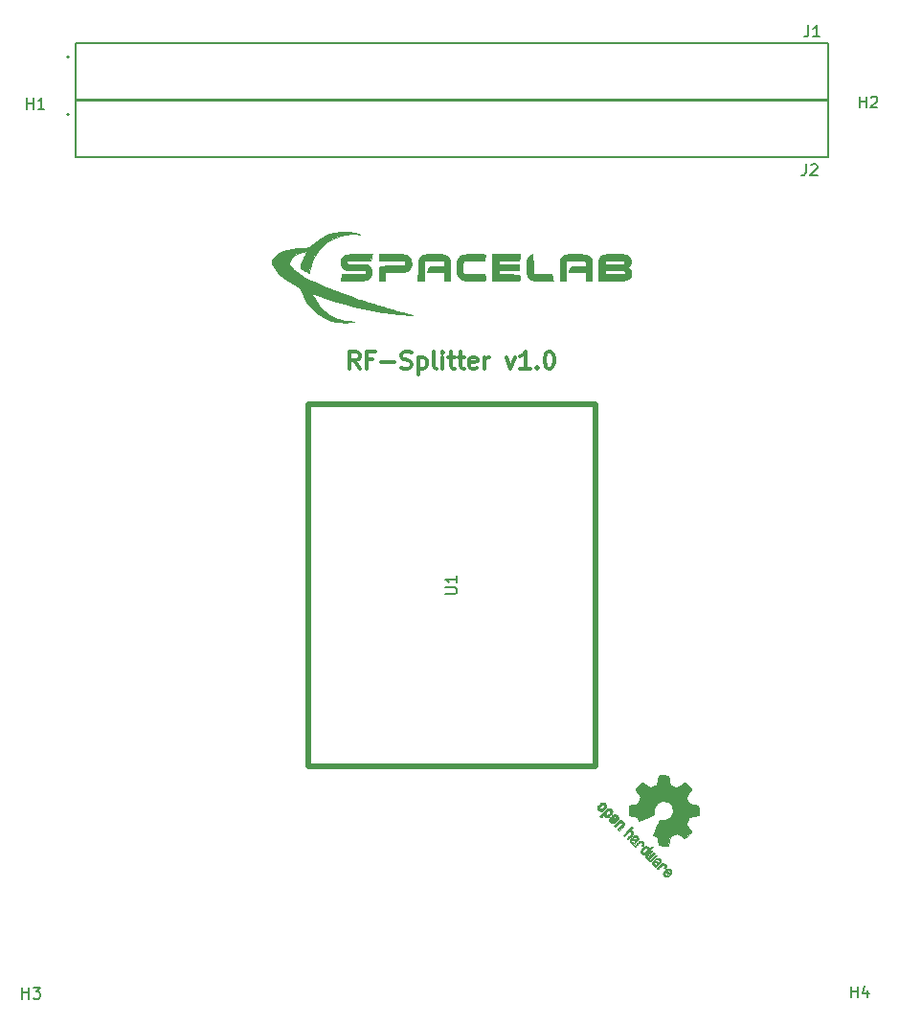
<source format=gto>
G04 #@! TF.GenerationSoftware,KiCad,Pcbnew,5.1.10-1.fc34*
G04 #@! TF.CreationDate,2021-07-25T00:14:55-03:00*
G04 #@! TF.ProjectId,rf-splitter,72662d73-706c-4697-9474-65722e6b6963,v0.0*
G04 #@! TF.SameCoordinates,Original*
G04 #@! TF.FileFunction,Legend,Top*
G04 #@! TF.FilePolarity,Positive*
%FSLAX46Y46*%
G04 Gerber Fmt 4.6, Leading zero omitted, Abs format (unit mm)*
G04 Created by KiCad (PCBNEW 5.1.10-1.fc34) date 2021-07-25 00:14:55*
%MOMM*%
%LPD*%
G01*
G04 APERTURE LIST*
%ADD10C,0.300000*%
%ADD11C,0.010000*%
%ADD12C,0.500000*%
%ADD13C,0.200000*%
%ADD14C,0.150000*%
G04 APERTURE END LIST*
D10*
X117587142Y-78326371D02*
X117087142Y-77612085D01*
X116730000Y-78326371D02*
X116730000Y-76826371D01*
X117301428Y-76826371D01*
X117444285Y-76897800D01*
X117515714Y-76969228D01*
X117587142Y-77112085D01*
X117587142Y-77326371D01*
X117515714Y-77469228D01*
X117444285Y-77540657D01*
X117301428Y-77612085D01*
X116730000Y-77612085D01*
X118730000Y-77540657D02*
X118230000Y-77540657D01*
X118230000Y-78326371D02*
X118230000Y-76826371D01*
X118944285Y-76826371D01*
X119515714Y-77754942D02*
X120658571Y-77754942D01*
X121301428Y-78254942D02*
X121515714Y-78326371D01*
X121872857Y-78326371D01*
X122015714Y-78254942D01*
X122087142Y-78183514D01*
X122158571Y-78040657D01*
X122158571Y-77897800D01*
X122087142Y-77754942D01*
X122015714Y-77683514D01*
X121872857Y-77612085D01*
X121587142Y-77540657D01*
X121444285Y-77469228D01*
X121372857Y-77397800D01*
X121301428Y-77254942D01*
X121301428Y-77112085D01*
X121372857Y-76969228D01*
X121444285Y-76897800D01*
X121587142Y-76826371D01*
X121944285Y-76826371D01*
X122158571Y-76897800D01*
X122801428Y-77326371D02*
X122801428Y-78826371D01*
X122801428Y-77397800D02*
X122944285Y-77326371D01*
X123230000Y-77326371D01*
X123372857Y-77397800D01*
X123444285Y-77469228D01*
X123515714Y-77612085D01*
X123515714Y-78040657D01*
X123444285Y-78183514D01*
X123372857Y-78254942D01*
X123230000Y-78326371D01*
X122944285Y-78326371D01*
X122801428Y-78254942D01*
X124372857Y-78326371D02*
X124230000Y-78254942D01*
X124158571Y-78112085D01*
X124158571Y-76826371D01*
X124944285Y-78326371D02*
X124944285Y-77326371D01*
X124944285Y-76826371D02*
X124872857Y-76897800D01*
X124944285Y-76969228D01*
X125015714Y-76897800D01*
X124944285Y-76826371D01*
X124944285Y-76969228D01*
X125444285Y-77326371D02*
X126015714Y-77326371D01*
X125658571Y-76826371D02*
X125658571Y-78112085D01*
X125730000Y-78254942D01*
X125872857Y-78326371D01*
X126015714Y-78326371D01*
X126301428Y-77326371D02*
X126872857Y-77326371D01*
X126515714Y-76826371D02*
X126515714Y-78112085D01*
X126587142Y-78254942D01*
X126730000Y-78326371D01*
X126872857Y-78326371D01*
X127944285Y-78254942D02*
X127801428Y-78326371D01*
X127515714Y-78326371D01*
X127372857Y-78254942D01*
X127301428Y-78112085D01*
X127301428Y-77540657D01*
X127372857Y-77397800D01*
X127515714Y-77326371D01*
X127801428Y-77326371D01*
X127944285Y-77397800D01*
X128015714Y-77540657D01*
X128015714Y-77683514D01*
X127301428Y-77826371D01*
X128658571Y-78326371D02*
X128658571Y-77326371D01*
X128658571Y-77612085D02*
X128730000Y-77469228D01*
X128801428Y-77397800D01*
X128944285Y-77326371D01*
X129087142Y-77326371D01*
X130587142Y-77326371D02*
X130944285Y-78326371D01*
X131301428Y-77326371D01*
X132658571Y-78326371D02*
X131801428Y-78326371D01*
X132230000Y-78326371D02*
X132230000Y-76826371D01*
X132087142Y-77040657D01*
X131944285Y-77183514D01*
X131801428Y-77254942D01*
X133301428Y-78183514D02*
X133372857Y-78254942D01*
X133301428Y-78326371D01*
X133230000Y-78254942D01*
X133301428Y-78183514D01*
X133301428Y-78326371D01*
X134301428Y-76826371D02*
X134444285Y-76826371D01*
X134587142Y-76897800D01*
X134658571Y-76969228D01*
X134730000Y-77112085D01*
X134801428Y-77397800D01*
X134801428Y-77754942D01*
X134730000Y-78040657D01*
X134658571Y-78183514D01*
X134587142Y-78254942D01*
X134444285Y-78326371D01*
X134301428Y-78326371D01*
X134158571Y-78254942D01*
X134087142Y-78183514D01*
X134015714Y-78040657D01*
X133944285Y-77754942D01*
X133944285Y-77397800D01*
X134015714Y-77112085D01*
X134087142Y-76969228D01*
X134158571Y-76897800D01*
X134301428Y-76826371D01*
D11*
G36*
X139905736Y-117373378D02*
G01*
X139932204Y-117452486D01*
X139930336Y-117547539D01*
X139925216Y-117578322D01*
X139915705Y-117615789D01*
X139899264Y-117650371D01*
X139870403Y-117689609D01*
X139823638Y-117741044D01*
X139759331Y-117806377D01*
X139668185Y-117892891D01*
X139593437Y-117951537D01*
X139528238Y-117985855D01*
X139465741Y-117999390D01*
X139399095Y-117995680D01*
X139394647Y-117994958D01*
X139340919Y-117979348D01*
X139289742Y-117947030D01*
X139234323Y-117896261D01*
X139148011Y-117809949D01*
X139064185Y-117893703D01*
X139016716Y-117939565D01*
X138984449Y-117962043D01*
X138955242Y-117965669D01*
X138916952Y-117954977D01*
X138908252Y-117951915D01*
X138867517Y-117937602D01*
X138837863Y-117924635D01*
X138821297Y-117909510D01*
X138819826Y-117888720D01*
X138835459Y-117858760D01*
X138870205Y-117816123D01*
X138926070Y-117757306D01*
X139005063Y-117678802D01*
X139109193Y-117577104D01*
X139140355Y-117546701D01*
X139247834Y-117441958D01*
X139318471Y-117373771D01*
X139451257Y-117506557D01*
X139393086Y-117566221D01*
X139357854Y-117608086D01*
X139339933Y-117641016D01*
X139333693Y-117673873D01*
X139333195Y-117692442D01*
X139342237Y-117757278D01*
X139372672Y-117792254D01*
X139429455Y-117802963D01*
X139431162Y-117802968D01*
X139462695Y-117798895D01*
X139495246Y-117783050D01*
X139536723Y-117749999D01*
X139595039Y-117694306D01*
X139607692Y-117681701D01*
X139683078Y-117599974D01*
X139727215Y-117535196D01*
X139741774Y-117483267D01*
X139728431Y-117440088D01*
X139713601Y-117422251D01*
X139667782Y-117390541D01*
X139617962Y-117387180D01*
X139559456Y-117413676D01*
X139487573Y-117471534D01*
X139451257Y-117506557D01*
X139318471Y-117373771D01*
X139331411Y-117361281D01*
X139395073Y-117301367D01*
X139442808Y-117258912D01*
X139478604Y-117230612D01*
X139506449Y-117213164D01*
X139530329Y-117203263D01*
X139554234Y-117197605D01*
X139563709Y-117195955D01*
X139668144Y-117195310D01*
X139763546Y-117231134D01*
X139847749Y-117298727D01*
X139905736Y-117373378D01*
G37*
X139905736Y-117373378D02*
X139932204Y-117452486D01*
X139930336Y-117547539D01*
X139925216Y-117578322D01*
X139915705Y-117615789D01*
X139899264Y-117650371D01*
X139870403Y-117689609D01*
X139823638Y-117741044D01*
X139759331Y-117806377D01*
X139668185Y-117892891D01*
X139593437Y-117951537D01*
X139528238Y-117985855D01*
X139465741Y-117999390D01*
X139399095Y-117995680D01*
X139394647Y-117994958D01*
X139340919Y-117979348D01*
X139289742Y-117947030D01*
X139234323Y-117896261D01*
X139148011Y-117809949D01*
X139064185Y-117893703D01*
X139016716Y-117939565D01*
X138984449Y-117962043D01*
X138955242Y-117965669D01*
X138916952Y-117954977D01*
X138908252Y-117951915D01*
X138867517Y-117937602D01*
X138837863Y-117924635D01*
X138821297Y-117909510D01*
X138819826Y-117888720D01*
X138835459Y-117858760D01*
X138870205Y-117816123D01*
X138926070Y-117757306D01*
X139005063Y-117678802D01*
X139109193Y-117577104D01*
X139140355Y-117546701D01*
X139247834Y-117441958D01*
X139318471Y-117373771D01*
X139451257Y-117506557D01*
X139393086Y-117566221D01*
X139357854Y-117608086D01*
X139339933Y-117641016D01*
X139333693Y-117673873D01*
X139333195Y-117692442D01*
X139342237Y-117757278D01*
X139372672Y-117792254D01*
X139429455Y-117802963D01*
X139431162Y-117802968D01*
X139462695Y-117798895D01*
X139495246Y-117783050D01*
X139536723Y-117749999D01*
X139595039Y-117694306D01*
X139607692Y-117681701D01*
X139683078Y-117599974D01*
X139727215Y-117535196D01*
X139741774Y-117483267D01*
X139728431Y-117440088D01*
X139713601Y-117422251D01*
X139667782Y-117390541D01*
X139617962Y-117387180D01*
X139559456Y-117413676D01*
X139487573Y-117471534D01*
X139451257Y-117506557D01*
X139318471Y-117373771D01*
X139331411Y-117361281D01*
X139395073Y-117301367D01*
X139442808Y-117258912D01*
X139478604Y-117230612D01*
X139506449Y-117213164D01*
X139530329Y-117203263D01*
X139554234Y-117197605D01*
X139563709Y-117195955D01*
X139668144Y-117195310D01*
X139763546Y-117231134D01*
X139847749Y-117298727D01*
X139905736Y-117373378D01*
G36*
X140960877Y-118443487D02*
G01*
X140979569Y-118513471D01*
X140984938Y-118569752D01*
X140980814Y-118618967D01*
X140963731Y-118667114D01*
X140930226Y-118720190D01*
X140876835Y-118784193D01*
X140800097Y-118865123D01*
X140743671Y-118922036D01*
X140535072Y-119130634D01*
X140364994Y-119065845D01*
X140586561Y-118830461D01*
X140669036Y-118742278D01*
X140727976Y-118677350D01*
X140767039Y-118630866D01*
X140789886Y-118598018D01*
X140800172Y-118573994D01*
X140801558Y-118553987D01*
X140800885Y-118548685D01*
X140773706Y-118485341D01*
X140720800Y-118446745D01*
X140674581Y-118438494D01*
X140650051Y-118440868D01*
X140624730Y-118450851D01*
X140593096Y-118472739D01*
X140549625Y-118510823D01*
X140488793Y-118569398D01*
X140426383Y-118631429D01*
X140348286Y-118709453D01*
X140291695Y-118763369D01*
X140249955Y-118796161D01*
X140216411Y-118810809D01*
X140184402Y-118810294D01*
X140147274Y-118797598D01*
X140101307Y-118777016D01*
X140051149Y-118754492D01*
X140300694Y-118513599D01*
X140390836Y-118426940D01*
X140458202Y-118363652D01*
X140507934Y-118319762D01*
X140545177Y-118291299D01*
X140575076Y-118274297D01*
X140602773Y-118264783D01*
X140630149Y-118259328D01*
X140735470Y-118259771D01*
X140830323Y-118293976D01*
X140907770Y-118356896D01*
X140960877Y-118443487D01*
G37*
X140960877Y-118443487D02*
X140979569Y-118513471D01*
X140984938Y-118569752D01*
X140980814Y-118618967D01*
X140963731Y-118667114D01*
X140930226Y-118720190D01*
X140876835Y-118784193D01*
X140800097Y-118865123D01*
X140743671Y-118922036D01*
X140535072Y-119130634D01*
X140364994Y-119065845D01*
X140586561Y-118830461D01*
X140669036Y-118742278D01*
X140727976Y-118677350D01*
X140767039Y-118630866D01*
X140789886Y-118598018D01*
X140800172Y-118573994D01*
X140801558Y-118553987D01*
X140800885Y-118548685D01*
X140773706Y-118485341D01*
X140720800Y-118446745D01*
X140674581Y-118438494D01*
X140650051Y-118440868D01*
X140624730Y-118450851D01*
X140593096Y-118472739D01*
X140549625Y-118510823D01*
X140488793Y-118569398D01*
X140426383Y-118631429D01*
X140348286Y-118709453D01*
X140291695Y-118763369D01*
X140249955Y-118796161D01*
X140216411Y-118810809D01*
X140184402Y-118810294D01*
X140147274Y-118797598D01*
X140101307Y-118777016D01*
X140051149Y-118754492D01*
X140300694Y-118513599D01*
X140390836Y-118426940D01*
X140458202Y-118363652D01*
X140507934Y-118319762D01*
X140545177Y-118291299D01*
X140575076Y-118274297D01*
X140602773Y-118264783D01*
X140630149Y-118259328D01*
X140735470Y-118259771D01*
X140830323Y-118293976D01*
X140907770Y-118356896D01*
X140960877Y-118443487D01*
G36*
X139372047Y-116843579D02*
G01*
X139402753Y-116942384D01*
X139395745Y-117044972D01*
X139377492Y-117097178D01*
X139337805Y-117163283D01*
X139277732Y-117236880D01*
X139205430Y-117310465D01*
X139129054Y-117376536D01*
X139056762Y-117427589D01*
X138996710Y-117456120D01*
X138984238Y-117458905D01*
X138869928Y-117458476D01*
X138767683Y-117424439D01*
X138683764Y-117360481D01*
X138624429Y-117270286D01*
X138612873Y-117240229D01*
X138600862Y-117171203D01*
X138603100Y-117097843D01*
X138604533Y-117089688D01*
X138613977Y-117052923D01*
X138629644Y-117019196D01*
X138656822Y-116981349D01*
X138700797Y-116932226D01*
X138766855Y-116864671D01*
X138781820Y-116849680D01*
X138786620Y-116844947D01*
X138924745Y-116983071D01*
X138862498Y-117046926D01*
X138823821Y-117091929D01*
X138803445Y-117125605D01*
X138796103Y-117155475D01*
X138795636Y-117167443D01*
X138805065Y-117224128D01*
X138838238Y-117255145D01*
X138891185Y-117267101D01*
X138932419Y-117264576D01*
X138975820Y-117244102D01*
X139032619Y-117200176D01*
X139038934Y-117194745D01*
X139131303Y-117104572D01*
X139187607Y-117025302D01*
X139207584Y-116957506D01*
X139190972Y-116901756D01*
X139179125Y-116887774D01*
X139139845Y-116859228D01*
X139098054Y-116854624D01*
X139048312Y-116875999D01*
X138985177Y-116925392D01*
X138924745Y-116983071D01*
X138786620Y-116844947D01*
X138853522Y-116779007D01*
X138905422Y-116731427D01*
X138944621Y-116701693D01*
X138978218Y-116684555D01*
X139013314Y-116674764D01*
X139020282Y-116673389D01*
X139123522Y-116664136D01*
X139207380Y-116682693D01*
X139282683Y-116732073D01*
X139304486Y-116752609D01*
X139372047Y-116843579D01*
G37*
X139372047Y-116843579D02*
X139402753Y-116942384D01*
X139395745Y-117044972D01*
X139377492Y-117097178D01*
X139337805Y-117163283D01*
X139277732Y-117236880D01*
X139205430Y-117310465D01*
X139129054Y-117376536D01*
X139056762Y-117427589D01*
X138996710Y-117456120D01*
X138984238Y-117458905D01*
X138869928Y-117458476D01*
X138767683Y-117424439D01*
X138683764Y-117360481D01*
X138624429Y-117270286D01*
X138612873Y-117240229D01*
X138600862Y-117171203D01*
X138603100Y-117097843D01*
X138604533Y-117089688D01*
X138613977Y-117052923D01*
X138629644Y-117019196D01*
X138656822Y-116981349D01*
X138700797Y-116932226D01*
X138766855Y-116864671D01*
X138781820Y-116849680D01*
X138786620Y-116844947D01*
X138924745Y-116983071D01*
X138862498Y-117046926D01*
X138823821Y-117091929D01*
X138803445Y-117125605D01*
X138796103Y-117155475D01*
X138795636Y-117167443D01*
X138805065Y-117224128D01*
X138838238Y-117255145D01*
X138891185Y-117267101D01*
X138932419Y-117264576D01*
X138975820Y-117244102D01*
X139032619Y-117200176D01*
X139038934Y-117194745D01*
X139131303Y-117104572D01*
X139187607Y-117025302D01*
X139207584Y-116957506D01*
X139190972Y-116901756D01*
X139179125Y-116887774D01*
X139139845Y-116859228D01*
X139098054Y-116854624D01*
X139048312Y-116875999D01*
X138985177Y-116925392D01*
X138924745Y-116983071D01*
X138786620Y-116844947D01*
X138853522Y-116779007D01*
X138905422Y-116731427D01*
X138944621Y-116701693D01*
X138978218Y-116684555D01*
X139013314Y-116674764D01*
X139020282Y-116673389D01*
X139123522Y-116664136D01*
X139207380Y-116682693D01*
X139282683Y-116732073D01*
X139304486Y-116752609D01*
X139372047Y-116843579D01*
G36*
X140436157Y-117925352D02*
G01*
X140453983Y-118016465D01*
X140443154Y-118111483D01*
X140400954Y-118203975D01*
X140356470Y-118258631D01*
X140335208Y-118278738D01*
X140314533Y-118289739D01*
X140287049Y-118290634D01*
X140245356Y-118280420D01*
X140182054Y-118258096D01*
X140089744Y-118222663D01*
X140089278Y-118222483D01*
X140003559Y-118190618D01*
X139931438Y-118166319D01*
X139880416Y-118151936D01*
X139857994Y-118149825D01*
X139857909Y-118149905D01*
X139846606Y-118182830D01*
X139847512Y-118232486D01*
X139858976Y-118279070D01*
X139870192Y-118297262D01*
X139922372Y-118325315D01*
X139987134Y-118329648D01*
X140037208Y-118313285D01*
X140077913Y-118305011D01*
X140137566Y-118308886D01*
X140198997Y-118322133D01*
X140245041Y-118341973D01*
X140252649Y-118348141D01*
X140248557Y-118367742D01*
X140218744Y-118398490D01*
X140172215Y-118433621D01*
X140117979Y-118466371D01*
X140065045Y-118489974D01*
X140062818Y-118490718D01*
X139957058Y-118508207D01*
X139857940Y-118492922D01*
X139772405Y-118448534D01*
X139707392Y-118378712D01*
X139669838Y-118287127D01*
X139668867Y-118282356D01*
X139664106Y-118185531D01*
X139690767Y-118092073D01*
X139751256Y-117994617D01*
X139770963Y-117969949D01*
X139871297Y-117860828D01*
X139925402Y-117817256D01*
X140057980Y-117949834D01*
X140029238Y-117982021D01*
X140029768Y-118000334D01*
X140059908Y-118017171D01*
X140112657Y-118038473D01*
X140173753Y-118060151D01*
X140175304Y-118060658D01*
X140228835Y-118077286D01*
X140255228Y-118079051D01*
X140264665Y-118062670D01*
X140267008Y-118031090D01*
X140254363Y-117969352D01*
X140216114Y-117927497D01*
X140162323Y-117909434D01*
X140103053Y-117919075D01*
X140057980Y-117949834D01*
X139925402Y-117817256D01*
X139964126Y-117786072D01*
X140053764Y-117742801D01*
X140132594Y-117728519D01*
X140237893Y-117739725D01*
X140325396Y-117780552D01*
X140392389Y-117844571D01*
X140436157Y-117925352D01*
G37*
X140436157Y-117925352D02*
X140453983Y-118016465D01*
X140443154Y-118111483D01*
X140400954Y-118203975D01*
X140356470Y-118258631D01*
X140335208Y-118278738D01*
X140314533Y-118289739D01*
X140287049Y-118290634D01*
X140245356Y-118280420D01*
X140182054Y-118258096D01*
X140089744Y-118222663D01*
X140089278Y-118222483D01*
X140003559Y-118190618D01*
X139931438Y-118166319D01*
X139880416Y-118151936D01*
X139857994Y-118149825D01*
X139857909Y-118149905D01*
X139846606Y-118182830D01*
X139847512Y-118232486D01*
X139858976Y-118279070D01*
X139870192Y-118297262D01*
X139922372Y-118325315D01*
X139987134Y-118329648D01*
X140037208Y-118313285D01*
X140077913Y-118305011D01*
X140137566Y-118308886D01*
X140198997Y-118322133D01*
X140245041Y-118341973D01*
X140252649Y-118348141D01*
X140248557Y-118367742D01*
X140218744Y-118398490D01*
X140172215Y-118433621D01*
X140117979Y-118466371D01*
X140065045Y-118489974D01*
X140062818Y-118490718D01*
X139957058Y-118508207D01*
X139857940Y-118492922D01*
X139772405Y-118448534D01*
X139707392Y-118378712D01*
X139669838Y-118287127D01*
X139668867Y-118282356D01*
X139664106Y-118185531D01*
X139690767Y-118092073D01*
X139751256Y-117994617D01*
X139770963Y-117969949D01*
X139871297Y-117860828D01*
X139925402Y-117817256D01*
X140057980Y-117949834D01*
X140029238Y-117982021D01*
X140029768Y-118000334D01*
X140059908Y-118017171D01*
X140112657Y-118038473D01*
X140173753Y-118060151D01*
X140175304Y-118060658D01*
X140228835Y-118077286D01*
X140255228Y-118079051D01*
X140264665Y-118062670D01*
X140267008Y-118031090D01*
X140254363Y-117969352D01*
X140216114Y-117927497D01*
X140162323Y-117909434D01*
X140103053Y-117919075D01*
X140057980Y-117949834D01*
X139925402Y-117817256D01*
X139964126Y-117786072D01*
X140053764Y-117742801D01*
X140132594Y-117728519D01*
X140237893Y-117739725D01*
X140325396Y-117780552D01*
X140392389Y-117844571D01*
X140436157Y-117925352D01*
G36*
X141661726Y-118998716D02*
G01*
X141609306Y-119059235D01*
X141580681Y-119097161D01*
X141572610Y-119118120D01*
X141581854Y-119127736D01*
X141586645Y-119129061D01*
X141639864Y-119157189D01*
X141692040Y-119210830D01*
X141732934Y-119277517D01*
X141749893Y-119327844D01*
X141757736Y-119388993D01*
X141752790Y-119444373D01*
X141731774Y-119500010D01*
X141691409Y-119561930D01*
X141628411Y-119636161D01*
X141539502Y-119728728D01*
X141522128Y-119746166D01*
X141326626Y-119941711D01*
X141267949Y-119913370D01*
X141226729Y-119892786D01*
X141204971Y-119880635D01*
X141204428Y-119880182D01*
X141215785Y-119865484D01*
X141250299Y-119828129D01*
X141303352Y-119772947D01*
X141370326Y-119704775D01*
X141411317Y-119663599D01*
X141492130Y-119582402D01*
X141549197Y-119523356D01*
X141586582Y-119481158D01*
X141608351Y-119450506D01*
X141618564Y-119426097D01*
X141621287Y-119402630D01*
X141621117Y-119389847D01*
X141602045Y-119319947D01*
X141555402Y-119269499D01*
X141489866Y-119246948D01*
X141473961Y-119246562D01*
X141447422Y-119249206D01*
X141421828Y-119258227D01*
X141391513Y-119277963D01*
X141350813Y-119312752D01*
X141294063Y-119366933D01*
X141217312Y-119443131D01*
X141022679Y-119637764D01*
X140964002Y-119609423D01*
X140922782Y-119588839D01*
X140901024Y-119576688D01*
X140900480Y-119576234D01*
X140912427Y-119561735D01*
X140948575Y-119523288D01*
X141005414Y-119464493D01*
X141079432Y-119388955D01*
X141167119Y-119300275D01*
X141264966Y-119202056D01*
X141643020Y-118824002D01*
X141770702Y-118875925D01*
X141661726Y-118998716D01*
G37*
X141661726Y-118998716D02*
X141609306Y-119059235D01*
X141580681Y-119097161D01*
X141572610Y-119118120D01*
X141581854Y-119127736D01*
X141586645Y-119129061D01*
X141639864Y-119157189D01*
X141692040Y-119210830D01*
X141732934Y-119277517D01*
X141749893Y-119327844D01*
X141757736Y-119388993D01*
X141752790Y-119444373D01*
X141731774Y-119500010D01*
X141691409Y-119561930D01*
X141628411Y-119636161D01*
X141539502Y-119728728D01*
X141522128Y-119746166D01*
X141326626Y-119941711D01*
X141267949Y-119913370D01*
X141226729Y-119892786D01*
X141204971Y-119880635D01*
X141204428Y-119880182D01*
X141215785Y-119865484D01*
X141250299Y-119828129D01*
X141303352Y-119772947D01*
X141370326Y-119704775D01*
X141411317Y-119663599D01*
X141492130Y-119582402D01*
X141549197Y-119523356D01*
X141586582Y-119481158D01*
X141608351Y-119450506D01*
X141618564Y-119426097D01*
X141621287Y-119402630D01*
X141621117Y-119389847D01*
X141602045Y-119319947D01*
X141555402Y-119269499D01*
X141489866Y-119246948D01*
X141473961Y-119246562D01*
X141447422Y-119249206D01*
X141421828Y-119258227D01*
X141391513Y-119277963D01*
X141350813Y-119312752D01*
X141294063Y-119366933D01*
X141217312Y-119443131D01*
X141022679Y-119637764D01*
X140964002Y-119609423D01*
X140922782Y-119588839D01*
X140901024Y-119576688D01*
X140900480Y-119576234D01*
X140912427Y-119561735D01*
X140948575Y-119523288D01*
X141005414Y-119464493D01*
X141079432Y-119388955D01*
X141167119Y-119300275D01*
X141264966Y-119202056D01*
X141643020Y-118824002D01*
X141770702Y-118875925D01*
X141661726Y-118998716D01*
G36*
X142198754Y-119725508D02*
G01*
X142232787Y-119799746D01*
X142233020Y-119800752D01*
X142241859Y-119858874D01*
X142237780Y-119912388D01*
X142217635Y-119967300D01*
X142178284Y-120029614D01*
X142116578Y-120105339D01*
X142029374Y-120200478D01*
X142016732Y-120213815D01*
X141825866Y-120414671D01*
X141762094Y-120394373D01*
X141716989Y-120378647D01*
X141691664Y-120367244D01*
X141690728Y-120366481D01*
X141700392Y-120350460D01*
X141732512Y-120313292D01*
X141781575Y-120261123D01*
X141822222Y-120219799D01*
X141888610Y-120153395D01*
X141927271Y-120108664D01*
X141936577Y-120078197D01*
X141914906Y-120054584D01*
X141860629Y-120030418D01*
X141773737Y-119998876D01*
X141707208Y-119978318D01*
X141664870Y-119975864D01*
X141636552Y-119991015D01*
X141635466Y-119992081D01*
X141608889Y-120040387D01*
X141620828Y-120092781D01*
X141667127Y-120144939D01*
X141703094Y-120179889D01*
X141711578Y-120208799D01*
X141698707Y-120244989D01*
X141674165Y-120282952D01*
X141646763Y-120291013D01*
X141640583Y-120289910D01*
X141596109Y-120265820D01*
X141546658Y-120219255D01*
X141503973Y-120163059D01*
X141481287Y-120115679D01*
X141473975Y-120026120D01*
X141503688Y-119941343D01*
X141542959Y-119891168D01*
X141587459Y-119854989D01*
X141635445Y-119837117D01*
X141694507Y-119837684D01*
X141772232Y-119856824D01*
X141876210Y-119894671D01*
X141882399Y-119897122D01*
X141975786Y-119931490D01*
X142039405Y-119946706D01*
X142078048Y-119941854D01*
X142096509Y-119916016D01*
X142099580Y-119868277D01*
X142098747Y-119855753D01*
X142076680Y-119788349D01*
X142029373Y-119742950D01*
X141966778Y-119724805D01*
X141898850Y-119739164D01*
X141888285Y-119744752D01*
X141824882Y-119759684D01*
X141775263Y-119747798D01*
X141712099Y-119722028D01*
X141760473Y-119673653D01*
X141844313Y-119616866D01*
X141948955Y-119592521D01*
X141991424Y-119591838D01*
X142066607Y-119611639D01*
X142139540Y-119659501D01*
X142198754Y-119725508D01*
G37*
X142198754Y-119725508D02*
X142232787Y-119799746D01*
X142233020Y-119800752D01*
X142241859Y-119858874D01*
X142237780Y-119912388D01*
X142217635Y-119967300D01*
X142178284Y-120029614D01*
X142116578Y-120105339D01*
X142029374Y-120200478D01*
X142016732Y-120213815D01*
X141825866Y-120414671D01*
X141762094Y-120394373D01*
X141716989Y-120378647D01*
X141691664Y-120367244D01*
X141690728Y-120366481D01*
X141700392Y-120350460D01*
X141732512Y-120313292D01*
X141781575Y-120261123D01*
X141822222Y-120219799D01*
X141888610Y-120153395D01*
X141927271Y-120108664D01*
X141936577Y-120078197D01*
X141914906Y-120054584D01*
X141860629Y-120030418D01*
X141773737Y-119998876D01*
X141707208Y-119978318D01*
X141664870Y-119975864D01*
X141636552Y-119991015D01*
X141635466Y-119992081D01*
X141608889Y-120040387D01*
X141620828Y-120092781D01*
X141667127Y-120144939D01*
X141703094Y-120179889D01*
X141711578Y-120208799D01*
X141698707Y-120244989D01*
X141674165Y-120282952D01*
X141646763Y-120291013D01*
X141640583Y-120289910D01*
X141596109Y-120265820D01*
X141546658Y-120219255D01*
X141503973Y-120163059D01*
X141481287Y-120115679D01*
X141473975Y-120026120D01*
X141503688Y-119941343D01*
X141542959Y-119891168D01*
X141587459Y-119854989D01*
X141635445Y-119837117D01*
X141694507Y-119837684D01*
X141772232Y-119856824D01*
X141876210Y-119894671D01*
X141882399Y-119897122D01*
X141975786Y-119931490D01*
X142039405Y-119946706D01*
X142078048Y-119941854D01*
X142096509Y-119916016D01*
X142099580Y-119868277D01*
X142098747Y-119855753D01*
X142076680Y-119788349D01*
X142029373Y-119742950D01*
X141966778Y-119724805D01*
X141898850Y-119739164D01*
X141888285Y-119744752D01*
X141824882Y-119759684D01*
X141775263Y-119747798D01*
X141712099Y-119722028D01*
X141760473Y-119673653D01*
X141844313Y-119616866D01*
X141948955Y-119592521D01*
X141991424Y-119591838D01*
X142066607Y-119611639D01*
X142139540Y-119659501D01*
X142198754Y-119725508D01*
G36*
X142666501Y-120190945D02*
G01*
X142706102Y-120276863D01*
X142715984Y-120368669D01*
X142707035Y-120417389D01*
X142675804Y-120491977D01*
X142637096Y-120529784D01*
X142588613Y-120532761D01*
X142575819Y-120528717D01*
X142525828Y-120506009D01*
X142510759Y-120483950D01*
X142527379Y-120454756D01*
X142539712Y-120441782D01*
X142574751Y-120383719D01*
X142577311Y-120321152D01*
X142551336Y-120263720D01*
X142500771Y-120221071D01*
X142442330Y-120203738D01*
X142417809Y-120202666D01*
X142394515Y-120207819D01*
X142366887Y-120223193D01*
X142329364Y-120252783D01*
X142276385Y-120300584D01*
X142202390Y-120370591D01*
X142179076Y-120392871D01*
X142099202Y-120468978D01*
X142042171Y-120521727D01*
X142002642Y-120554832D01*
X141975279Y-120572008D01*
X141954742Y-120576970D01*
X141935692Y-120573430D01*
X141925035Y-120569625D01*
X141882612Y-120550633D01*
X141860669Y-120536423D01*
X141867609Y-120517536D01*
X141903003Y-120474851D01*
X141967282Y-120407895D01*
X142060878Y-120316198D01*
X142075463Y-120302204D01*
X142162075Y-120219766D01*
X142226261Y-120160515D01*
X142273513Y-120120286D01*
X142309317Y-120094918D01*
X142339162Y-120080249D01*
X142368536Y-120072117D01*
X142382128Y-120069637D01*
X142449539Y-120065938D01*
X142512824Y-120073911D01*
X142519599Y-120075858D01*
X142602546Y-120120686D01*
X142666501Y-120190945D01*
G37*
X142666501Y-120190945D02*
X142706102Y-120276863D01*
X142715984Y-120368669D01*
X142707035Y-120417389D01*
X142675804Y-120491977D01*
X142637096Y-120529784D01*
X142588613Y-120532761D01*
X142575819Y-120528717D01*
X142525828Y-120506009D01*
X142510759Y-120483950D01*
X142527379Y-120454756D01*
X142539712Y-120441782D01*
X142574751Y-120383719D01*
X142577311Y-120321152D01*
X142551336Y-120263720D01*
X142500771Y-120221071D01*
X142442330Y-120203738D01*
X142417809Y-120202666D01*
X142394515Y-120207819D01*
X142366887Y-120223193D01*
X142329364Y-120252783D01*
X142276385Y-120300584D01*
X142202390Y-120370591D01*
X142179076Y-120392871D01*
X142099202Y-120468978D01*
X142042171Y-120521727D01*
X142002642Y-120554832D01*
X141975279Y-120572008D01*
X141954742Y-120576970D01*
X141935692Y-120573430D01*
X141925035Y-120569625D01*
X141882612Y-120550633D01*
X141860669Y-120536423D01*
X141867609Y-120517536D01*
X141903003Y-120474851D01*
X141967282Y-120407895D01*
X142060878Y-120316198D01*
X142075463Y-120302204D01*
X142162075Y-120219766D01*
X142226261Y-120160515D01*
X142273513Y-120120286D01*
X142309317Y-120094918D01*
X142339162Y-120080249D01*
X142368536Y-120072117D01*
X142382128Y-120069637D01*
X142449539Y-120065938D01*
X142512824Y-120073911D01*
X142519599Y-120075858D01*
X142602546Y-120120686D01*
X142666501Y-120190945D01*
G36*
X143184881Y-120929404D02*
G01*
X143081446Y-121032488D01*
X143001334Y-121111241D01*
X142940451Y-121169185D01*
X142894707Y-121209836D01*
X142860011Y-121236715D01*
X142832270Y-121253338D01*
X142807394Y-121263228D01*
X142791798Y-121267476D01*
X142691001Y-121274292D01*
X142597695Y-121248439D01*
X142519676Y-121194624D01*
X142464737Y-121117548D01*
X142445320Y-121058352D01*
X142438463Y-120982682D01*
X142452362Y-120912538D01*
X142490425Y-120840539D01*
X142556063Y-120759304D01*
X142608833Y-120704325D01*
X142612854Y-120700601D01*
X142709373Y-120797121D01*
X142648183Y-120859489D01*
X142609987Y-120903087D01*
X142589444Y-120936054D01*
X142581213Y-120966528D01*
X142579903Y-120994414D01*
X142596351Y-121067215D01*
X142641858Y-121117538D01*
X142710668Y-121139297D01*
X142717381Y-121139634D01*
X142749006Y-121138096D01*
X142778168Y-121127800D01*
X142812637Y-121103544D01*
X142860188Y-121060126D01*
X142910802Y-121010166D01*
X142973267Y-120946283D01*
X143012480Y-120901208D01*
X143033811Y-120867146D01*
X143042636Y-120836304D01*
X143044143Y-120816744D01*
X143028775Y-120748246D01*
X142983675Y-120696757D01*
X142917287Y-120670951D01*
X142900858Y-120669587D01*
X142868985Y-120671171D01*
X142839602Y-120681651D01*
X142804832Y-120706270D01*
X142756804Y-120750271D01*
X142709373Y-120797121D01*
X142612854Y-120700601D01*
X142698933Y-120620905D01*
X142775461Y-120567060D01*
X142845800Y-120539383D01*
X142917330Y-120534463D01*
X142962860Y-120540811D01*
X143031175Y-120566794D01*
X143095646Y-120611616D01*
X143143813Y-120665042D01*
X143161629Y-120704075D01*
X143169763Y-120718249D01*
X143188422Y-120714394D01*
X143223754Y-120689394D01*
X143273614Y-120647353D01*
X143329069Y-120600457D01*
X143365805Y-120575610D01*
X143394229Y-120568820D01*
X143424751Y-120576090D01*
X143441772Y-120582814D01*
X143505483Y-120608905D01*
X143184881Y-120929404D01*
G37*
X143184881Y-120929404D02*
X143081446Y-121032488D01*
X143001334Y-121111241D01*
X142940451Y-121169185D01*
X142894707Y-121209836D01*
X142860011Y-121236715D01*
X142832270Y-121253338D01*
X142807394Y-121263228D01*
X142791798Y-121267476D01*
X142691001Y-121274292D01*
X142597695Y-121248439D01*
X142519676Y-121194624D01*
X142464737Y-121117548D01*
X142445320Y-121058352D01*
X142438463Y-120982682D01*
X142452362Y-120912538D01*
X142490425Y-120840539D01*
X142556063Y-120759304D01*
X142608833Y-120704325D01*
X142612854Y-120700601D01*
X142709373Y-120797121D01*
X142648183Y-120859489D01*
X142609987Y-120903087D01*
X142589444Y-120936054D01*
X142581213Y-120966528D01*
X142579903Y-120994414D01*
X142596351Y-121067215D01*
X142641858Y-121117538D01*
X142710668Y-121139297D01*
X142717381Y-121139634D01*
X142749006Y-121138096D01*
X142778168Y-121127800D01*
X142812637Y-121103544D01*
X142860188Y-121060126D01*
X142910802Y-121010166D01*
X142973267Y-120946283D01*
X143012480Y-120901208D01*
X143033811Y-120867146D01*
X143042636Y-120836304D01*
X143044143Y-120816744D01*
X143028775Y-120748246D01*
X142983675Y-120696757D01*
X142917287Y-120670951D01*
X142900858Y-120669587D01*
X142868985Y-120671171D01*
X142839602Y-120681651D01*
X142804832Y-120706270D01*
X142756804Y-120750271D01*
X142709373Y-120797121D01*
X142612854Y-120700601D01*
X142698933Y-120620905D01*
X142775461Y-120567060D01*
X142845800Y-120539383D01*
X142917330Y-120534463D01*
X142962860Y-120540811D01*
X143031175Y-120566794D01*
X143095646Y-120611616D01*
X143143813Y-120665042D01*
X143161629Y-120704075D01*
X143169763Y-120718249D01*
X143188422Y-120714394D01*
X143223754Y-120689394D01*
X143273614Y-120647353D01*
X143329069Y-120600457D01*
X143365805Y-120575610D01*
X143394229Y-120568820D01*
X143424751Y-120576090D01*
X143441772Y-120582814D01*
X143505483Y-120608905D01*
X143184881Y-120929404D01*
G36*
X143847776Y-121389179D02*
G01*
X143813535Y-121427637D01*
X143759945Y-121484531D01*
X143691240Y-121555360D01*
X143618405Y-121628876D01*
X143370784Y-121876498D01*
X143283343Y-121876498D01*
X143226274Y-121873310D01*
X143188914Y-121857775D01*
X143153457Y-121820937D01*
X143140866Y-121804831D01*
X143101133Y-121754869D01*
X143066970Y-121714844D01*
X143058199Y-121705531D01*
X143025945Y-121676819D01*
X142977904Y-121637667D01*
X142958899Y-121622864D01*
X142914131Y-121584595D01*
X142893289Y-121549635D01*
X142887414Y-121500177D01*
X142887232Y-121480387D01*
X142887232Y-121392946D01*
X143350408Y-120929770D01*
X143401630Y-120948926D01*
X143443807Y-120967351D01*
X143465692Y-120980921D01*
X143457098Y-120998606D01*
X143424634Y-121039567D01*
X143372076Y-121099462D01*
X143303198Y-121173949D01*
X143243990Y-121235863D01*
X143009448Y-121477966D01*
X143037763Y-121515606D01*
X143071016Y-121542338D01*
X143096267Y-121546479D01*
X143120111Y-121530852D01*
X143165657Y-121492321D01*
X143227299Y-121435934D01*
X143299432Y-121366739D01*
X143336010Y-121330586D01*
X143545560Y-121121459D01*
X143604236Y-121149800D01*
X143645343Y-121170282D01*
X143666904Y-121182225D01*
X143667433Y-121182662D01*
X143656041Y-121197415D01*
X143621638Y-121235511D01*
X143568525Y-121292343D01*
X143500997Y-121363302D01*
X143437411Y-121429283D01*
X143202869Y-121671386D01*
X143285763Y-121754281D01*
X143506992Y-121540661D01*
X143728221Y-121327039D01*
X143789530Y-121346553D01*
X143833717Y-121362040D01*
X143857887Y-121373187D01*
X143858432Y-121373661D01*
X143847776Y-121389179D01*
G37*
X143847776Y-121389179D02*
X143813535Y-121427637D01*
X143759945Y-121484531D01*
X143691240Y-121555360D01*
X143618405Y-121628876D01*
X143370784Y-121876498D01*
X143283343Y-121876498D01*
X143226274Y-121873310D01*
X143188914Y-121857775D01*
X143153457Y-121820937D01*
X143140866Y-121804831D01*
X143101133Y-121754869D01*
X143066970Y-121714844D01*
X143058199Y-121705531D01*
X143025945Y-121676819D01*
X142977904Y-121637667D01*
X142958899Y-121622864D01*
X142914131Y-121584595D01*
X142893289Y-121549635D01*
X142887414Y-121500177D01*
X142887232Y-121480387D01*
X142887232Y-121392946D01*
X143350408Y-120929770D01*
X143401630Y-120948926D01*
X143443807Y-120967351D01*
X143465692Y-120980921D01*
X143457098Y-120998606D01*
X143424634Y-121039567D01*
X143372076Y-121099462D01*
X143303198Y-121173949D01*
X143243990Y-121235863D01*
X143009448Y-121477966D01*
X143037763Y-121515606D01*
X143071016Y-121542338D01*
X143096267Y-121546479D01*
X143120111Y-121530852D01*
X143165657Y-121492321D01*
X143227299Y-121435934D01*
X143299432Y-121366739D01*
X143336010Y-121330586D01*
X143545560Y-121121459D01*
X143604236Y-121149800D01*
X143645343Y-121170282D01*
X143666904Y-121182225D01*
X143667433Y-121182662D01*
X143656041Y-121197415D01*
X143621638Y-121235511D01*
X143568525Y-121292343D01*
X143500997Y-121363302D01*
X143437411Y-121429283D01*
X143202869Y-121671386D01*
X143285763Y-121754281D01*
X143506992Y-121540661D01*
X143728221Y-121327039D01*
X143789530Y-121346553D01*
X143833717Y-121362040D01*
X143857887Y-121373187D01*
X143858432Y-121373661D01*
X143847776Y-121389179D01*
G36*
X144197467Y-121734438D02*
G01*
X144219153Y-121792312D01*
X144228451Y-121845461D01*
X144226813Y-121892855D01*
X144210982Y-121940275D01*
X144177703Y-121993506D01*
X144123720Y-122058329D01*
X144045775Y-122140529D01*
X143993272Y-122193482D01*
X143787567Y-122399187D01*
X143736344Y-122380032D01*
X143696909Y-122364033D01*
X143678863Y-122354617D01*
X143689077Y-122339150D01*
X143721614Y-122302444D01*
X143770893Y-122250614D01*
X143810763Y-122210202D01*
X143867591Y-122151045D01*
X143910458Y-122101900D01*
X143934047Y-122069144D01*
X143936393Y-122059516D01*
X143905804Y-122041154D01*
X143851701Y-122018414D01*
X143785953Y-121995182D01*
X143720432Y-121975349D01*
X143667008Y-121962804D01*
X143637552Y-121961438D01*
X143637339Y-121961528D01*
X143612672Y-121988847D01*
X143599746Y-122025547D01*
X143600461Y-122066571D01*
X143624180Y-122103771D01*
X143650999Y-122129019D01*
X143688447Y-122165311D01*
X143699162Y-122193302D01*
X143687964Y-122227748D01*
X143685126Y-122233517D01*
X143657617Y-122271103D01*
X143624380Y-122277390D01*
X143579838Y-122251686D01*
X143540156Y-122215487D01*
X143484793Y-122134301D01*
X143467891Y-122080517D01*
X143467561Y-121993548D01*
X143497584Y-121917225D01*
X143551693Y-121858962D01*
X143623616Y-121826171D01*
X143685856Y-121822795D01*
X143733609Y-121833812D01*
X143803050Y-121856745D01*
X143880454Y-121886985D01*
X143893029Y-121892354D01*
X143978238Y-121925383D01*
X144035313Y-121936469D01*
X144069132Y-121924570D01*
X144084578Y-121888646D01*
X144087079Y-121850991D01*
X144070255Y-121784726D01*
X144026398Y-121737160D01*
X143965427Y-121714289D01*
X143897262Y-121722111D01*
X143883501Y-121727953D01*
X143824392Y-121740949D01*
X143763967Y-121734054D01*
X143699527Y-121713543D01*
X143761810Y-121651260D01*
X143802365Y-121615706D01*
X143843077Y-121596432D01*
X143898845Y-121588199D01*
X143946310Y-121586366D01*
X144016690Y-121586943D01*
X144063005Y-121595760D01*
X144100133Y-121617846D01*
X144134889Y-121650118D01*
X144197467Y-121734438D01*
G37*
X144197467Y-121734438D02*
X144219153Y-121792312D01*
X144228451Y-121845461D01*
X144226813Y-121892855D01*
X144210982Y-121940275D01*
X144177703Y-121993506D01*
X144123720Y-122058329D01*
X144045775Y-122140529D01*
X143993272Y-122193482D01*
X143787567Y-122399187D01*
X143736344Y-122380032D01*
X143696909Y-122364033D01*
X143678863Y-122354617D01*
X143689077Y-122339150D01*
X143721614Y-122302444D01*
X143770893Y-122250614D01*
X143810763Y-122210202D01*
X143867591Y-122151045D01*
X143910458Y-122101900D01*
X143934047Y-122069144D01*
X143936393Y-122059516D01*
X143905804Y-122041154D01*
X143851701Y-122018414D01*
X143785953Y-121995182D01*
X143720432Y-121975349D01*
X143667008Y-121962804D01*
X143637552Y-121961438D01*
X143637339Y-121961528D01*
X143612672Y-121988847D01*
X143599746Y-122025547D01*
X143600461Y-122066571D01*
X143624180Y-122103771D01*
X143650999Y-122129019D01*
X143688447Y-122165311D01*
X143699162Y-122193302D01*
X143687964Y-122227748D01*
X143685126Y-122233517D01*
X143657617Y-122271103D01*
X143624380Y-122277390D01*
X143579838Y-122251686D01*
X143540156Y-122215487D01*
X143484793Y-122134301D01*
X143467891Y-122080517D01*
X143467561Y-121993548D01*
X143497584Y-121917225D01*
X143551693Y-121858962D01*
X143623616Y-121826171D01*
X143685856Y-121822795D01*
X143733609Y-121833812D01*
X143803050Y-121856745D01*
X143880454Y-121886985D01*
X143893029Y-121892354D01*
X143978238Y-121925383D01*
X144035313Y-121936469D01*
X144069132Y-121924570D01*
X144084578Y-121888646D01*
X144087079Y-121850991D01*
X144070255Y-121784726D01*
X144026398Y-121737160D01*
X143965427Y-121714289D01*
X143897262Y-121722111D01*
X143883501Y-121727953D01*
X143824392Y-121740949D01*
X143763967Y-121734054D01*
X143699527Y-121713543D01*
X143761810Y-121651260D01*
X143802365Y-121615706D01*
X143843077Y-121596432D01*
X143898845Y-121588199D01*
X143946310Y-121586366D01*
X144016690Y-121586943D01*
X144063005Y-121595760D01*
X144100133Y-121617846D01*
X144134889Y-121650118D01*
X144197467Y-121734438D01*
G36*
X144678455Y-122220028D02*
G01*
X144687752Y-122243759D01*
X144695951Y-122314390D01*
X144684520Y-122393232D01*
X144657197Y-122462245D01*
X144636843Y-122489384D01*
X144592315Y-122511163D01*
X144549822Y-122503756D01*
X144512449Y-122487627D01*
X144498243Y-122477335D01*
X144506484Y-122457166D01*
X144525617Y-122414477D01*
X144534418Y-122395343D01*
X144553759Y-122318054D01*
X144535907Y-122252006D01*
X144481376Y-122198958D01*
X144476443Y-122195923D01*
X144434110Y-122180821D01*
X144386454Y-122186253D01*
X144329301Y-122214566D01*
X144258476Y-122268110D01*
X144169807Y-122349234D01*
X144124280Y-122394054D01*
X144052895Y-122465087D01*
X144003202Y-122512481D01*
X143969300Y-122540266D01*
X143945290Y-122552472D01*
X143925271Y-122553131D01*
X143903345Y-122546273D01*
X143902133Y-122545821D01*
X143862699Y-122529823D01*
X143844653Y-122520407D01*
X143855589Y-122505250D01*
X143889843Y-122467385D01*
X143942928Y-122411555D01*
X144010358Y-122342508D01*
X144060133Y-122292411D01*
X144157588Y-122196600D01*
X144234112Y-122126507D01*
X144295109Y-122078973D01*
X144345981Y-122050844D01*
X144392131Y-122038964D01*
X144438963Y-122040176D01*
X144478604Y-122047978D01*
X144556832Y-122083830D01*
X144627995Y-122145436D01*
X144678455Y-122220028D01*
G37*
X144678455Y-122220028D02*
X144687752Y-122243759D01*
X144695951Y-122314390D01*
X144684520Y-122393232D01*
X144657197Y-122462245D01*
X144636843Y-122489384D01*
X144592315Y-122511163D01*
X144549822Y-122503756D01*
X144512449Y-122487627D01*
X144498243Y-122477335D01*
X144506484Y-122457166D01*
X144525617Y-122414477D01*
X144534418Y-122395343D01*
X144553759Y-122318054D01*
X144535907Y-122252006D01*
X144481376Y-122198958D01*
X144476443Y-122195923D01*
X144434110Y-122180821D01*
X144386454Y-122186253D01*
X144329301Y-122214566D01*
X144258476Y-122268110D01*
X144169807Y-122349234D01*
X144124280Y-122394054D01*
X144052895Y-122465087D01*
X144003202Y-122512481D01*
X143969300Y-122540266D01*
X143945290Y-122552472D01*
X143925271Y-122553131D01*
X143903345Y-122546273D01*
X143902133Y-122545821D01*
X143862699Y-122529823D01*
X143844653Y-122520407D01*
X143855589Y-122505250D01*
X143889843Y-122467385D01*
X143942928Y-122411555D01*
X144010358Y-122342508D01*
X144060133Y-122292411D01*
X144157588Y-122196600D01*
X144234112Y-122126507D01*
X144295109Y-122078973D01*
X144345981Y-122050844D01*
X144392131Y-122038964D01*
X144438963Y-122040176D01*
X144478604Y-122047978D01*
X144556832Y-122083830D01*
X144627995Y-122145436D01*
X144678455Y-122220028D01*
G36*
X145147522Y-122704731D02*
G01*
X145166459Y-122795118D01*
X145160843Y-122853465D01*
X145123696Y-122932387D01*
X145079432Y-122979968D01*
X145014271Y-123037614D01*
X144810675Y-122957985D01*
X144710153Y-122920797D01*
X144639688Y-122901281D01*
X144594230Y-122899952D01*
X144568726Y-122917325D01*
X144558126Y-122953916D01*
X144556815Y-122983885D01*
X144573430Y-123050662D01*
X144617022Y-123097770D01*
X144678219Y-123119873D01*
X144747647Y-123111639D01*
X144766832Y-123103399D01*
X144835869Y-123086786D01*
X144884278Y-123098691D01*
X144941257Y-123124443D01*
X144882063Y-123183637D01*
X144838125Y-123220261D01*
X144789831Y-123239905D01*
X144720805Y-123248882D01*
X144711274Y-123249488D01*
X144643178Y-123250789D01*
X144595848Y-123240703D01*
X144551366Y-123213353D01*
X144518785Y-123186384D01*
X144464829Y-123133825D01*
X144435773Y-123087056D01*
X144425272Y-123050255D01*
X144417015Y-122984166D01*
X144422558Y-122927162D01*
X144445604Y-122871547D01*
X144489861Y-122809626D01*
X144559034Y-122733704D01*
X144595586Y-122696613D01*
X144640645Y-122653386D01*
X144724062Y-122736803D01*
X144701349Y-122761451D01*
X144699881Y-122767741D01*
X144721063Y-122778385D01*
X144769251Y-122798686D01*
X144834843Y-122824631D01*
X144848674Y-122829940D01*
X144935929Y-122858370D01*
X144993648Y-122864387D01*
X145024864Y-122847178D01*
X145032612Y-122805926D01*
X145029602Y-122781266D01*
X145001330Y-122709694D01*
X144951027Y-122666546D01*
X144885484Y-122653853D01*
X144811489Y-122673651D01*
X144765577Y-122702187D01*
X144724062Y-122736803D01*
X144640645Y-122653386D01*
X144683395Y-122612374D01*
X144753619Y-122555305D01*
X144812995Y-122521990D01*
X144868259Y-122509011D01*
X144926146Y-122512953D01*
X144948341Y-122517715D01*
X145032267Y-122556238D01*
X145100726Y-122621841D01*
X145147522Y-122704731D01*
G37*
X145147522Y-122704731D02*
X145166459Y-122795118D01*
X145160843Y-122853465D01*
X145123696Y-122932387D01*
X145079432Y-122979968D01*
X145014271Y-123037614D01*
X144810675Y-122957985D01*
X144710153Y-122920797D01*
X144639688Y-122901281D01*
X144594230Y-122899952D01*
X144568726Y-122917325D01*
X144558126Y-122953916D01*
X144556815Y-122983885D01*
X144573430Y-123050662D01*
X144617022Y-123097770D01*
X144678219Y-123119873D01*
X144747647Y-123111639D01*
X144766832Y-123103399D01*
X144835869Y-123086786D01*
X144884278Y-123098691D01*
X144941257Y-123124443D01*
X144882063Y-123183637D01*
X144838125Y-123220261D01*
X144789831Y-123239905D01*
X144720805Y-123248882D01*
X144711274Y-123249488D01*
X144643178Y-123250789D01*
X144595848Y-123240703D01*
X144551366Y-123213353D01*
X144518785Y-123186384D01*
X144464829Y-123133825D01*
X144435773Y-123087056D01*
X144425272Y-123050255D01*
X144417015Y-122984166D01*
X144422558Y-122927162D01*
X144445604Y-122871547D01*
X144489861Y-122809626D01*
X144559034Y-122733704D01*
X144595586Y-122696613D01*
X144640645Y-122653386D01*
X144724062Y-122736803D01*
X144701349Y-122761451D01*
X144699881Y-122767741D01*
X144721063Y-122778385D01*
X144769251Y-122798686D01*
X144834843Y-122824631D01*
X144848674Y-122829940D01*
X144935929Y-122858370D01*
X144993648Y-122864387D01*
X145024864Y-122847178D01*
X145032612Y-122805926D01*
X145029602Y-122781266D01*
X145001330Y-122709694D01*
X144951027Y-122666546D01*
X144885484Y-122653853D01*
X144811489Y-122673651D01*
X144765577Y-122702187D01*
X144724062Y-122736803D01*
X144640645Y-122653386D01*
X144683395Y-122612374D01*
X144753619Y-122555305D01*
X144812995Y-122521990D01*
X144868259Y-122509011D01*
X144926146Y-122512953D01*
X144948341Y-122517715D01*
X145032267Y-122556238D01*
X145100726Y-122621841D01*
X145147522Y-122704731D01*
G36*
X146741847Y-115304570D02*
G01*
X146816203Y-115379745D01*
X146869203Y-115434960D01*
X146903986Y-115474056D01*
X146923691Y-115500866D01*
X146931455Y-115519228D01*
X146930419Y-115532977D01*
X146923721Y-115545949D01*
X146922752Y-115547528D01*
X146904543Y-115575267D01*
X146868033Y-115629419D01*
X146817130Y-115704238D01*
X146755742Y-115793984D01*
X146687774Y-115892913D01*
X146685384Y-115896385D01*
X146619112Y-115993671D01*
X146561366Y-116080434D01*
X146515544Y-116151403D01*
X146485043Y-116201311D01*
X146473259Y-116224885D01*
X146473227Y-116225480D01*
X146481961Y-116251480D01*
X146503381Y-116301673D01*
X146532861Y-116365220D01*
X146533028Y-116365570D01*
X146569594Y-116446180D01*
X146610613Y-116543306D01*
X146647515Y-116636621D01*
X146649202Y-116641096D01*
X146707118Y-116795273D01*
X147102300Y-116869739D01*
X147223223Y-116892890D01*
X147332181Y-116914440D01*
X147422910Y-116933095D01*
X147489143Y-116947559D01*
X147524614Y-116956538D01*
X147527707Y-116957665D01*
X147539484Y-116978191D01*
X147548547Y-117029460D01*
X147555076Y-117113647D01*
X147559252Y-117232922D01*
X147561038Y-117357162D01*
X147561449Y-117478240D01*
X147560760Y-117587663D01*
X147559097Y-117678757D01*
X147556587Y-117744848D01*
X147553358Y-117779265D01*
X147552969Y-117780813D01*
X147541775Y-117795455D01*
X147514187Y-117810055D01*
X147465749Y-117825859D01*
X147392007Y-117844111D01*
X147288510Y-117866054D01*
X147153409Y-117892438D01*
X147034099Y-117915263D01*
X146927235Y-117935878D01*
X146839007Y-117953074D01*
X146775611Y-117965644D01*
X146743238Y-117972378D01*
X146741104Y-117972899D01*
X146723934Y-117993198D01*
X146699386Y-118041476D01*
X146671978Y-118108488D01*
X146663958Y-118130621D01*
X146627587Y-118228582D01*
X146584230Y-118337646D01*
X146544977Y-118430275D01*
X146515266Y-118498448D01*
X146493347Y-118550916D01*
X146482735Y-118579182D01*
X146482333Y-118581777D01*
X146496087Y-118600492D01*
X146527556Y-118645558D01*
X146572621Y-118710918D01*
X146627162Y-118790516D01*
X146687058Y-118878297D01*
X146748189Y-118968206D01*
X146806433Y-119054186D01*
X146857672Y-119130181D01*
X146897785Y-119190137D01*
X146922651Y-119227995D01*
X146928507Y-119237525D01*
X146931919Y-119250004D01*
X146927679Y-119266240D01*
X146912599Y-119289960D01*
X146883494Y-119324888D01*
X146837179Y-119374752D01*
X146770465Y-119443276D01*
X146680168Y-119534186D01*
X146643046Y-119571340D01*
X146341010Y-119873376D01*
X146254161Y-119815160D01*
X146206044Y-119782569D01*
X146134494Y-119733682D01*
X146048202Y-119674455D01*
X145955858Y-119610845D01*
X145930358Y-119593238D01*
X145844413Y-119535273D01*
X145767970Y-119486346D01*
X145707569Y-119450444D01*
X145669742Y-119431555D01*
X145662196Y-119429653D01*
X145630611Y-119438038D01*
X145575254Y-119460133D01*
X145506975Y-119491526D01*
X145492581Y-119498602D01*
X145401850Y-119540987D01*
X145296747Y-119586080D01*
X145199946Y-119624155D01*
X145199488Y-119624323D01*
X145044800Y-119681215D01*
X144893324Y-120475978D01*
X144480012Y-120476322D01*
X144356004Y-120475427D01*
X144244780Y-120472729D01*
X144152437Y-120468530D01*
X144085070Y-120463133D01*
X144048776Y-120456840D01*
X144044770Y-120454737D01*
X144034331Y-120429307D01*
X144018573Y-120371875D01*
X143999023Y-120288908D01*
X143977207Y-120186876D01*
X143955174Y-120075009D01*
X143933040Y-119961243D01*
X143912323Y-119860791D01*
X143894418Y-119779955D01*
X143880719Y-119725033D01*
X143872671Y-119702375D01*
X143847759Y-119689826D01*
X143795951Y-119670597D01*
X143727959Y-119648630D01*
X143720633Y-119646420D01*
X143629682Y-119616226D01*
X143573249Y-119589588D01*
X143547257Y-119563913D01*
X143547635Y-119536608D01*
X143547750Y-119536335D01*
X143557412Y-119513213D01*
X143580274Y-119458250D01*
X143614567Y-119375702D01*
X143658527Y-119269825D01*
X143710383Y-119144877D01*
X143768372Y-119005113D01*
X143824503Y-118869784D01*
X143886629Y-118720622D01*
X143944537Y-118582800D01*
X143996425Y-118460515D01*
X144040489Y-118357966D01*
X144074928Y-118279349D01*
X144097941Y-118228863D01*
X144107422Y-118210915D01*
X144133771Y-118205799D01*
X144186615Y-118208493D01*
X144251289Y-118217878D01*
X144444170Y-118235904D01*
X144626811Y-118218118D01*
X144796110Y-118165643D01*
X144948970Y-118079601D01*
X145082291Y-117961117D01*
X145135011Y-117897613D01*
X145226199Y-117747666D01*
X145282069Y-117590595D01*
X145304712Y-117430593D01*
X145296216Y-117271843D01*
X145258668Y-117118536D01*
X145194158Y-116974861D01*
X145104773Y-116845006D01*
X144992602Y-116733158D01*
X144859732Y-116643508D01*
X144708252Y-116580243D01*
X144540251Y-116547551D01*
X144460105Y-116543931D01*
X144281527Y-116561855D01*
X144118229Y-116613292D01*
X143972971Y-116694741D01*
X143848509Y-116802699D01*
X143747601Y-116933663D01*
X143673004Y-117084134D01*
X143627476Y-117250606D01*
X143613774Y-117429580D01*
X143630722Y-117597311D01*
X143640367Y-117664593D01*
X143642736Y-117716566D01*
X143637661Y-117741202D01*
X143616341Y-117752279D01*
X143563076Y-117776414D01*
X143482065Y-117811804D01*
X143377507Y-117856647D01*
X143253598Y-117909140D01*
X143114538Y-117967485D01*
X142978683Y-118024011D01*
X142829188Y-118085984D01*
X142690674Y-118143432D01*
X142567397Y-118194584D01*
X142463612Y-118237675D01*
X142383574Y-118270939D01*
X142331540Y-118292607D01*
X142312155Y-118300740D01*
X142284886Y-118301428D01*
X142259220Y-118275681D01*
X142232582Y-118219452D01*
X142202401Y-118128703D01*
X142202180Y-118127967D01*
X142180155Y-118058938D01*
X142160472Y-118005017D01*
X142147072Y-117976912D01*
X142146224Y-117975928D01*
X142123144Y-117967764D01*
X142067915Y-117954013D01*
X141986839Y-117936071D01*
X141886214Y-117915331D01*
X141773591Y-117893426D01*
X141659183Y-117870870D01*
X141557521Y-117849090D01*
X141475074Y-117829611D01*
X141418313Y-117813960D01*
X141393863Y-117803830D01*
X141387353Y-117778498D01*
X141381644Y-117720188D01*
X141377038Y-117634994D01*
X141373838Y-117529010D01*
X141372346Y-117408331D01*
X141372277Y-117368446D01*
X141372622Y-116954992D01*
X141760581Y-116881475D01*
X141879218Y-116858398D01*
X141984746Y-116836740D01*
X142071128Y-116817830D01*
X142132327Y-116803003D01*
X142162307Y-116793587D01*
X142164010Y-116792487D01*
X142177156Y-116768499D01*
X142199924Y-116716572D01*
X142228578Y-116645485D01*
X142247074Y-116597206D01*
X142283152Y-116505441D01*
X142321509Y-116414641D01*
X142355744Y-116339747D01*
X142366844Y-116317601D01*
X142395544Y-116257523D01*
X142414505Y-116207888D01*
X142419043Y-116186500D01*
X142408387Y-116159977D01*
X142379059Y-116108156D01*
X142335051Y-116037579D01*
X142280353Y-115954783D01*
X142255362Y-115918242D01*
X142191591Y-115825758D01*
X142130552Y-115736918D01*
X142078203Y-115660411D01*
X142040498Y-115604929D01*
X142033440Y-115594439D01*
X141975224Y-115507590D01*
X142277260Y-115205554D01*
X142376739Y-115106400D01*
X142452550Y-115031927D01*
X142508418Y-114978947D01*
X142548068Y-114944276D01*
X142575226Y-114924728D01*
X142593619Y-114917116D01*
X142606971Y-114918253D01*
X142611075Y-114920093D01*
X142633020Y-114934006D01*
X142680641Y-114965601D01*
X142747884Y-115010759D01*
X142828692Y-115065359D01*
X142917009Y-115125282D01*
X143006781Y-115186405D01*
X143091950Y-115244611D01*
X143166460Y-115295776D01*
X143224257Y-115335783D01*
X143259284Y-115360509D01*
X143266822Y-115366266D01*
X143284761Y-115360372D01*
X143329837Y-115341959D01*
X143393550Y-115314540D01*
X143418325Y-115303623D01*
X143515220Y-115262624D01*
X143624306Y-115219361D01*
X143717978Y-115184641D01*
X143788754Y-115157244D01*
X143843519Y-115131337D01*
X143873037Y-115111453D01*
X143875580Y-115107374D01*
X143881029Y-115081564D01*
X143892546Y-115023558D01*
X143908923Y-114939550D01*
X143928954Y-114835738D01*
X143951432Y-114718320D01*
X143955853Y-114695127D01*
X143982578Y-114558241D01*
X144004383Y-114455460D01*
X144022522Y-114382300D01*
X144038247Y-114334279D01*
X144052812Y-114306915D01*
X144067471Y-114295726D01*
X144067598Y-114295688D01*
X144098233Y-114292371D01*
X144161263Y-114289761D01*
X144250012Y-114287987D01*
X144357802Y-114287177D01*
X144477958Y-114287460D01*
X144491438Y-114287562D01*
X144640820Y-114289960D01*
X144753349Y-114294564D01*
X144831197Y-114301555D01*
X144876536Y-114311112D01*
X144890935Y-114320892D01*
X144898506Y-114348610D01*
X144911853Y-114408494D01*
X144929681Y-114494278D01*
X144950695Y-114599695D01*
X144973600Y-114718481D01*
X144978861Y-114746299D01*
X145053327Y-115141482D01*
X145207504Y-115199398D01*
X145300045Y-115235840D01*
X145397479Y-115276856D01*
X145479482Y-115313875D01*
X145483029Y-115315571D01*
X145546618Y-115345081D01*
X145596910Y-115366556D01*
X145623066Y-115375368D01*
X145623120Y-115375373D01*
X145644342Y-115365246D01*
X145692322Y-115336127D01*
X145761789Y-115291415D01*
X145847474Y-115234505D01*
X145944107Y-115168794D01*
X145952215Y-115163216D01*
X146051356Y-115095092D01*
X146141511Y-115033414D01*
X146216935Y-114982089D01*
X146271887Y-114945024D01*
X146300623Y-114926125D01*
X146301072Y-114925848D01*
X146314198Y-114918709D01*
X146327668Y-114916880D01*
X146345320Y-114923499D01*
X146370989Y-114941706D01*
X146408513Y-114974638D01*
X146461727Y-115025434D01*
X146534467Y-115097233D01*
X146630570Y-115193175D01*
X146642998Y-115205602D01*
X146741847Y-115304570D01*
G37*
X146741847Y-115304570D02*
X146816203Y-115379745D01*
X146869203Y-115434960D01*
X146903986Y-115474056D01*
X146923691Y-115500866D01*
X146931455Y-115519228D01*
X146930419Y-115532977D01*
X146923721Y-115545949D01*
X146922752Y-115547528D01*
X146904543Y-115575267D01*
X146868033Y-115629419D01*
X146817130Y-115704238D01*
X146755742Y-115793984D01*
X146687774Y-115892913D01*
X146685384Y-115896385D01*
X146619112Y-115993671D01*
X146561366Y-116080434D01*
X146515544Y-116151403D01*
X146485043Y-116201311D01*
X146473259Y-116224885D01*
X146473227Y-116225480D01*
X146481961Y-116251480D01*
X146503381Y-116301673D01*
X146532861Y-116365220D01*
X146533028Y-116365570D01*
X146569594Y-116446180D01*
X146610613Y-116543306D01*
X146647515Y-116636621D01*
X146649202Y-116641096D01*
X146707118Y-116795273D01*
X147102300Y-116869739D01*
X147223223Y-116892890D01*
X147332181Y-116914440D01*
X147422910Y-116933095D01*
X147489143Y-116947559D01*
X147524614Y-116956538D01*
X147527707Y-116957665D01*
X147539484Y-116978191D01*
X147548547Y-117029460D01*
X147555076Y-117113647D01*
X147559252Y-117232922D01*
X147561038Y-117357162D01*
X147561449Y-117478240D01*
X147560760Y-117587663D01*
X147559097Y-117678757D01*
X147556587Y-117744848D01*
X147553358Y-117779265D01*
X147552969Y-117780813D01*
X147541775Y-117795455D01*
X147514187Y-117810055D01*
X147465749Y-117825859D01*
X147392007Y-117844111D01*
X147288510Y-117866054D01*
X147153409Y-117892438D01*
X147034099Y-117915263D01*
X146927235Y-117935878D01*
X146839007Y-117953074D01*
X146775611Y-117965644D01*
X146743238Y-117972378D01*
X146741104Y-117972899D01*
X146723934Y-117993198D01*
X146699386Y-118041476D01*
X146671978Y-118108488D01*
X146663958Y-118130621D01*
X146627587Y-118228582D01*
X146584230Y-118337646D01*
X146544977Y-118430275D01*
X146515266Y-118498448D01*
X146493347Y-118550916D01*
X146482735Y-118579182D01*
X146482333Y-118581777D01*
X146496087Y-118600492D01*
X146527556Y-118645558D01*
X146572621Y-118710918D01*
X146627162Y-118790516D01*
X146687058Y-118878297D01*
X146748189Y-118968206D01*
X146806433Y-119054186D01*
X146857672Y-119130181D01*
X146897785Y-119190137D01*
X146922651Y-119227995D01*
X146928507Y-119237525D01*
X146931919Y-119250004D01*
X146927679Y-119266240D01*
X146912599Y-119289960D01*
X146883494Y-119324888D01*
X146837179Y-119374752D01*
X146770465Y-119443276D01*
X146680168Y-119534186D01*
X146643046Y-119571340D01*
X146341010Y-119873376D01*
X146254161Y-119815160D01*
X146206044Y-119782569D01*
X146134494Y-119733682D01*
X146048202Y-119674455D01*
X145955858Y-119610845D01*
X145930358Y-119593238D01*
X145844413Y-119535273D01*
X145767970Y-119486346D01*
X145707569Y-119450444D01*
X145669742Y-119431555D01*
X145662196Y-119429653D01*
X145630611Y-119438038D01*
X145575254Y-119460133D01*
X145506975Y-119491526D01*
X145492581Y-119498602D01*
X145401850Y-119540987D01*
X145296747Y-119586080D01*
X145199946Y-119624155D01*
X145199488Y-119624323D01*
X145044800Y-119681215D01*
X144893324Y-120475978D01*
X144480012Y-120476322D01*
X144356004Y-120475427D01*
X144244780Y-120472729D01*
X144152437Y-120468530D01*
X144085070Y-120463133D01*
X144048776Y-120456840D01*
X144044770Y-120454737D01*
X144034331Y-120429307D01*
X144018573Y-120371875D01*
X143999023Y-120288908D01*
X143977207Y-120186876D01*
X143955174Y-120075009D01*
X143933040Y-119961243D01*
X143912323Y-119860791D01*
X143894418Y-119779955D01*
X143880719Y-119725033D01*
X143872671Y-119702375D01*
X143847759Y-119689826D01*
X143795951Y-119670597D01*
X143727959Y-119648630D01*
X143720633Y-119646420D01*
X143629682Y-119616226D01*
X143573249Y-119589588D01*
X143547257Y-119563913D01*
X143547635Y-119536608D01*
X143547750Y-119536335D01*
X143557412Y-119513213D01*
X143580274Y-119458250D01*
X143614567Y-119375702D01*
X143658527Y-119269825D01*
X143710383Y-119144877D01*
X143768372Y-119005113D01*
X143824503Y-118869784D01*
X143886629Y-118720622D01*
X143944537Y-118582800D01*
X143996425Y-118460515D01*
X144040489Y-118357966D01*
X144074928Y-118279349D01*
X144097941Y-118228863D01*
X144107422Y-118210915D01*
X144133771Y-118205799D01*
X144186615Y-118208493D01*
X144251289Y-118217878D01*
X144444170Y-118235904D01*
X144626811Y-118218118D01*
X144796110Y-118165643D01*
X144948970Y-118079601D01*
X145082291Y-117961117D01*
X145135011Y-117897613D01*
X145226199Y-117747666D01*
X145282069Y-117590595D01*
X145304712Y-117430593D01*
X145296216Y-117271843D01*
X145258668Y-117118536D01*
X145194158Y-116974861D01*
X145104773Y-116845006D01*
X144992602Y-116733158D01*
X144859732Y-116643508D01*
X144708252Y-116580243D01*
X144540251Y-116547551D01*
X144460105Y-116543931D01*
X144281527Y-116561855D01*
X144118229Y-116613292D01*
X143972971Y-116694741D01*
X143848509Y-116802699D01*
X143747601Y-116933663D01*
X143673004Y-117084134D01*
X143627476Y-117250606D01*
X143613774Y-117429580D01*
X143630722Y-117597311D01*
X143640367Y-117664593D01*
X143642736Y-117716566D01*
X143637661Y-117741202D01*
X143616341Y-117752279D01*
X143563076Y-117776414D01*
X143482065Y-117811804D01*
X143377507Y-117856647D01*
X143253598Y-117909140D01*
X143114538Y-117967485D01*
X142978683Y-118024011D01*
X142829188Y-118085984D01*
X142690674Y-118143432D01*
X142567397Y-118194584D01*
X142463612Y-118237675D01*
X142383574Y-118270939D01*
X142331540Y-118292607D01*
X142312155Y-118300740D01*
X142284886Y-118301428D01*
X142259220Y-118275681D01*
X142232582Y-118219452D01*
X142202401Y-118128703D01*
X142202180Y-118127967D01*
X142180155Y-118058938D01*
X142160472Y-118005017D01*
X142147072Y-117976912D01*
X142146224Y-117975928D01*
X142123144Y-117967764D01*
X142067915Y-117954013D01*
X141986839Y-117936071D01*
X141886214Y-117915331D01*
X141773591Y-117893426D01*
X141659183Y-117870870D01*
X141557521Y-117849090D01*
X141475074Y-117829611D01*
X141418313Y-117813960D01*
X141393863Y-117803830D01*
X141387353Y-117778498D01*
X141381644Y-117720188D01*
X141377038Y-117634994D01*
X141373838Y-117529010D01*
X141372346Y-117408331D01*
X141372277Y-117368446D01*
X141372622Y-116954992D01*
X141760581Y-116881475D01*
X141879218Y-116858398D01*
X141984746Y-116836740D01*
X142071128Y-116817830D01*
X142132327Y-116803003D01*
X142162307Y-116793587D01*
X142164010Y-116792487D01*
X142177156Y-116768499D01*
X142199924Y-116716572D01*
X142228578Y-116645485D01*
X142247074Y-116597206D01*
X142283152Y-116505441D01*
X142321509Y-116414641D01*
X142355744Y-116339747D01*
X142366844Y-116317601D01*
X142395544Y-116257523D01*
X142414505Y-116207888D01*
X142419043Y-116186500D01*
X142408387Y-116159977D01*
X142379059Y-116108156D01*
X142335051Y-116037579D01*
X142280353Y-115954783D01*
X142255362Y-115918242D01*
X142191591Y-115825758D01*
X142130552Y-115736918D01*
X142078203Y-115660411D01*
X142040498Y-115604929D01*
X142033440Y-115594439D01*
X141975224Y-115507590D01*
X142277260Y-115205554D01*
X142376739Y-115106400D01*
X142452550Y-115031927D01*
X142508418Y-114978947D01*
X142548068Y-114944276D01*
X142575226Y-114924728D01*
X142593619Y-114917116D01*
X142606971Y-114918253D01*
X142611075Y-114920093D01*
X142633020Y-114934006D01*
X142680641Y-114965601D01*
X142747884Y-115010759D01*
X142828692Y-115065359D01*
X142917009Y-115125282D01*
X143006781Y-115186405D01*
X143091950Y-115244611D01*
X143166460Y-115295776D01*
X143224257Y-115335783D01*
X143259284Y-115360509D01*
X143266822Y-115366266D01*
X143284761Y-115360372D01*
X143329837Y-115341959D01*
X143393550Y-115314540D01*
X143418325Y-115303623D01*
X143515220Y-115262624D01*
X143624306Y-115219361D01*
X143717978Y-115184641D01*
X143788754Y-115157244D01*
X143843519Y-115131337D01*
X143873037Y-115111453D01*
X143875580Y-115107374D01*
X143881029Y-115081564D01*
X143892546Y-115023558D01*
X143908923Y-114939550D01*
X143928954Y-114835738D01*
X143951432Y-114718320D01*
X143955853Y-114695127D01*
X143982578Y-114558241D01*
X144004383Y-114455460D01*
X144022522Y-114382300D01*
X144038247Y-114334279D01*
X144052812Y-114306915D01*
X144067471Y-114295726D01*
X144067598Y-114295688D01*
X144098233Y-114292371D01*
X144161263Y-114289761D01*
X144250012Y-114287987D01*
X144357802Y-114287177D01*
X144477958Y-114287460D01*
X144491438Y-114287562D01*
X144640820Y-114289960D01*
X144753349Y-114294564D01*
X144831197Y-114301555D01*
X144876536Y-114311112D01*
X144890935Y-114320892D01*
X144898506Y-114348610D01*
X144911853Y-114408494D01*
X144929681Y-114494278D01*
X144950695Y-114599695D01*
X144973600Y-114718481D01*
X144978861Y-114746299D01*
X145053327Y-115141482D01*
X145207504Y-115199398D01*
X145300045Y-115235840D01*
X145397479Y-115276856D01*
X145479482Y-115313875D01*
X145483029Y-115315571D01*
X145546618Y-115345081D01*
X145596910Y-115366556D01*
X145623066Y-115375368D01*
X145623120Y-115375373D01*
X145644342Y-115365246D01*
X145692322Y-115336127D01*
X145761789Y-115291415D01*
X145847474Y-115234505D01*
X145944107Y-115168794D01*
X145952215Y-115163216D01*
X146051356Y-115095092D01*
X146141511Y-115033414D01*
X146216935Y-114982089D01*
X146271887Y-114945024D01*
X146300623Y-114926125D01*
X146301072Y-114925848D01*
X146314198Y-114918709D01*
X146327668Y-114916880D01*
X146345320Y-114923499D01*
X146370989Y-114941706D01*
X146408513Y-114974638D01*
X146461727Y-115025434D01*
X146534467Y-115097233D01*
X146630570Y-115193175D01*
X146642998Y-115205602D01*
X146741847Y-115304570D01*
G36*
X116744817Y-66261054D02*
G01*
X116792375Y-66267897D01*
X116913446Y-66288790D01*
X117053164Y-66316840D01*
X117199000Y-66349007D01*
X117338428Y-66382250D01*
X117458919Y-66413527D01*
X117547946Y-66439798D01*
X117592982Y-66458021D01*
X117595490Y-66462851D01*
X117561957Y-66463842D01*
X117479504Y-66459364D01*
X117362389Y-66450310D01*
X117284500Y-66443344D01*
X116836111Y-66432184D01*
X116379859Y-66479651D01*
X115925041Y-66583234D01*
X115480954Y-66740421D01*
X115056895Y-66948704D01*
X114784417Y-67118447D01*
X114571687Y-67281039D01*
X114347059Y-67482652D01*
X114127726Y-67705866D01*
X113930883Y-67933258D01*
X113783427Y-68132679D01*
X113588043Y-68459008D01*
X113422333Y-68802084D01*
X113292182Y-69147033D01*
X113203473Y-69478979D01*
X113170701Y-69681801D01*
X113155386Y-69783060D01*
X113137414Y-69853132D01*
X113122850Y-69875400D01*
X113080757Y-69859325D01*
X112997830Y-69815941D01*
X112886503Y-69752513D01*
X112759205Y-69676301D01*
X112628368Y-69594569D01*
X112514062Y-69519735D01*
X112397893Y-69431556D01*
X112339627Y-69361986D01*
X112331500Y-69331212D01*
X112345460Y-69240629D01*
X112383799Y-69106772D01*
X112441202Y-68942498D01*
X112512356Y-68760665D01*
X112591947Y-68574128D01*
X112674661Y-68395745D01*
X112755186Y-68238374D01*
X112828206Y-68114870D01*
X112843457Y-68092498D01*
X112884558Y-68029064D01*
X112902932Y-67990307D01*
X112903000Y-67989311D01*
X112878988Y-67972438D01*
X112804708Y-67976332D01*
X112676792Y-68001417D01*
X112540173Y-68035301D01*
X112277349Y-68120422D01*
X112035280Y-68230183D01*
X111820904Y-68359032D01*
X111641163Y-68501419D01*
X111502994Y-68651793D01*
X111413340Y-68804604D01*
X111379138Y-68954302D01*
X111379000Y-68964005D01*
X111393777Y-69090071D01*
X111442270Y-69213704D01*
X111530715Y-69345788D01*
X111665350Y-69497213D01*
X111710949Y-69543341D01*
X111953814Y-69757746D01*
X112258364Y-69979747D01*
X112623315Y-70208758D01*
X113047379Y-70444194D01*
X113529272Y-70685468D01*
X114067709Y-70931995D01*
X114661404Y-71183188D01*
X115309071Y-71438461D01*
X116009426Y-71697229D01*
X116761182Y-71958905D01*
X117563054Y-72222904D01*
X117649625Y-72250581D01*
X117996592Y-72359925D01*
X118381744Y-72479041D01*
X118795348Y-72605069D01*
X119227669Y-72735148D01*
X119668974Y-72866416D01*
X120109531Y-72996012D01*
X120539604Y-73121076D01*
X120949461Y-73238746D01*
X121329368Y-73346162D01*
X121669592Y-73440462D01*
X121960399Y-73518785D01*
X121996673Y-73528328D01*
X122115156Y-73561482D01*
X122201318Y-73589690D01*
X122243738Y-73608975D01*
X122243977Y-73614449D01*
X122197505Y-73616234D01*
X122096377Y-73611232D01*
X121948979Y-73600254D01*
X121763701Y-73584111D01*
X121548928Y-73563613D01*
X121313049Y-73539573D01*
X121064451Y-73512801D01*
X120811522Y-73484108D01*
X120562648Y-73454305D01*
X120475375Y-73443424D01*
X119609577Y-73322415D01*
X118746586Y-73178733D01*
X117894483Y-73014319D01*
X117061346Y-72831114D01*
X116255254Y-72631058D01*
X115484286Y-72416090D01*
X114756521Y-72188152D01*
X114080039Y-71949183D01*
X113796986Y-71839555D01*
X113651082Y-71782676D01*
X113527551Y-71737034D01*
X113437629Y-71706593D01*
X113392557Y-71695318D01*
X113389672Y-71695893D01*
X113397939Y-71727686D01*
X113430474Y-71804099D01*
X113482034Y-71913525D01*
X113544416Y-72038567D01*
X113796143Y-72463457D01*
X114095805Y-72849877D01*
X114438937Y-73193990D01*
X114821074Y-73491958D01*
X115237754Y-73739945D01*
X115684512Y-73934114D01*
X115793224Y-73971468D01*
X116000098Y-74029391D01*
X116242643Y-74082137D01*
X116496037Y-74125379D01*
X116735456Y-74154792D01*
X116907574Y-74165647D01*
X117078125Y-74169644D01*
X116840000Y-74211279D01*
X116643076Y-74235210D01*
X116405424Y-74247860D01*
X116148788Y-74249323D01*
X115894911Y-74239696D01*
X115665539Y-74219073D01*
X115573071Y-74205725D01*
X115092225Y-74093687D01*
X114633624Y-73924486D01*
X114201634Y-73701889D01*
X113800620Y-73429665D01*
X113434945Y-73111581D01*
X113108976Y-72751405D01*
X112827077Y-72352904D01*
X112593613Y-71919846D01*
X112422866Y-71486593D01*
X112321123Y-71176912D01*
X111969124Y-70981339D01*
X111506465Y-70711115D01*
X111100079Y-70446237D01*
X110750388Y-70187566D01*
X110457815Y-69935961D01*
X110222782Y-69692284D01*
X110045712Y-69457394D01*
X109927027Y-69232152D01*
X109867151Y-69017417D01*
X109866505Y-68814051D01*
X109925512Y-68622912D01*
X110044595Y-68444862D01*
X110224177Y-68280761D01*
X110464680Y-68131469D01*
X110548588Y-68089786D01*
X110854246Y-67967243D01*
X111214494Y-67863128D01*
X111630926Y-67777116D01*
X112105139Y-67708886D01*
X112638727Y-67658114D01*
X112704146Y-67653367D01*
X113187917Y-67619319D01*
X113339146Y-67457281D01*
X113458940Y-67340631D01*
X113615978Y-67204408D01*
X113793321Y-67062152D01*
X113974027Y-66927401D01*
X114141157Y-66813692D01*
X114157125Y-66803589D01*
X114537227Y-66599585D01*
X114954520Y-66437614D01*
X115396466Y-66320227D01*
X115850524Y-66249972D01*
X116304154Y-66229398D01*
X116744817Y-66261054D01*
G37*
X116744817Y-66261054D02*
X116792375Y-66267897D01*
X116913446Y-66288790D01*
X117053164Y-66316840D01*
X117199000Y-66349007D01*
X117338428Y-66382250D01*
X117458919Y-66413527D01*
X117547946Y-66439798D01*
X117592982Y-66458021D01*
X117595490Y-66462851D01*
X117561957Y-66463842D01*
X117479504Y-66459364D01*
X117362389Y-66450310D01*
X117284500Y-66443344D01*
X116836111Y-66432184D01*
X116379859Y-66479651D01*
X115925041Y-66583234D01*
X115480954Y-66740421D01*
X115056895Y-66948704D01*
X114784417Y-67118447D01*
X114571687Y-67281039D01*
X114347059Y-67482652D01*
X114127726Y-67705866D01*
X113930883Y-67933258D01*
X113783427Y-68132679D01*
X113588043Y-68459008D01*
X113422333Y-68802084D01*
X113292182Y-69147033D01*
X113203473Y-69478979D01*
X113170701Y-69681801D01*
X113155386Y-69783060D01*
X113137414Y-69853132D01*
X113122850Y-69875400D01*
X113080757Y-69859325D01*
X112997830Y-69815941D01*
X112886503Y-69752513D01*
X112759205Y-69676301D01*
X112628368Y-69594569D01*
X112514062Y-69519735D01*
X112397893Y-69431556D01*
X112339627Y-69361986D01*
X112331500Y-69331212D01*
X112345460Y-69240629D01*
X112383799Y-69106772D01*
X112441202Y-68942498D01*
X112512356Y-68760665D01*
X112591947Y-68574128D01*
X112674661Y-68395745D01*
X112755186Y-68238374D01*
X112828206Y-68114870D01*
X112843457Y-68092498D01*
X112884558Y-68029064D01*
X112902932Y-67990307D01*
X112903000Y-67989311D01*
X112878988Y-67972438D01*
X112804708Y-67976332D01*
X112676792Y-68001417D01*
X112540173Y-68035301D01*
X112277349Y-68120422D01*
X112035280Y-68230183D01*
X111820904Y-68359032D01*
X111641163Y-68501419D01*
X111502994Y-68651793D01*
X111413340Y-68804604D01*
X111379138Y-68954302D01*
X111379000Y-68964005D01*
X111393777Y-69090071D01*
X111442270Y-69213704D01*
X111530715Y-69345788D01*
X111665350Y-69497213D01*
X111710949Y-69543341D01*
X111953814Y-69757746D01*
X112258364Y-69979747D01*
X112623315Y-70208758D01*
X113047379Y-70444194D01*
X113529272Y-70685468D01*
X114067709Y-70931995D01*
X114661404Y-71183188D01*
X115309071Y-71438461D01*
X116009426Y-71697229D01*
X116761182Y-71958905D01*
X117563054Y-72222904D01*
X117649625Y-72250581D01*
X117996592Y-72359925D01*
X118381744Y-72479041D01*
X118795348Y-72605069D01*
X119227669Y-72735148D01*
X119668974Y-72866416D01*
X120109531Y-72996012D01*
X120539604Y-73121076D01*
X120949461Y-73238746D01*
X121329368Y-73346162D01*
X121669592Y-73440462D01*
X121960399Y-73518785D01*
X121996673Y-73528328D01*
X122115156Y-73561482D01*
X122201318Y-73589690D01*
X122243738Y-73608975D01*
X122243977Y-73614449D01*
X122197505Y-73616234D01*
X122096377Y-73611232D01*
X121948979Y-73600254D01*
X121763701Y-73584111D01*
X121548928Y-73563613D01*
X121313049Y-73539573D01*
X121064451Y-73512801D01*
X120811522Y-73484108D01*
X120562648Y-73454305D01*
X120475375Y-73443424D01*
X119609577Y-73322415D01*
X118746586Y-73178733D01*
X117894483Y-73014319D01*
X117061346Y-72831114D01*
X116255254Y-72631058D01*
X115484286Y-72416090D01*
X114756521Y-72188152D01*
X114080039Y-71949183D01*
X113796986Y-71839555D01*
X113651082Y-71782676D01*
X113527551Y-71737034D01*
X113437629Y-71706593D01*
X113392557Y-71695318D01*
X113389672Y-71695893D01*
X113397939Y-71727686D01*
X113430474Y-71804099D01*
X113482034Y-71913525D01*
X113544416Y-72038567D01*
X113796143Y-72463457D01*
X114095805Y-72849877D01*
X114438937Y-73193990D01*
X114821074Y-73491958D01*
X115237754Y-73739945D01*
X115684512Y-73934114D01*
X115793224Y-73971468D01*
X116000098Y-74029391D01*
X116242643Y-74082137D01*
X116496037Y-74125379D01*
X116735456Y-74154792D01*
X116907574Y-74165647D01*
X117078125Y-74169644D01*
X116840000Y-74211279D01*
X116643076Y-74235210D01*
X116405424Y-74247860D01*
X116148788Y-74249323D01*
X115894911Y-74239696D01*
X115665539Y-74219073D01*
X115573071Y-74205725D01*
X115092225Y-74093687D01*
X114633624Y-73924486D01*
X114201634Y-73701889D01*
X113800620Y-73429665D01*
X113434945Y-73111581D01*
X113108976Y-72751405D01*
X112827077Y-72352904D01*
X112593613Y-71919846D01*
X112422866Y-71486593D01*
X112321123Y-71176912D01*
X111969124Y-70981339D01*
X111506465Y-70711115D01*
X111100079Y-70446237D01*
X110750388Y-70187566D01*
X110457815Y-69935961D01*
X110222782Y-69692284D01*
X110045712Y-69457394D01*
X109927027Y-69232152D01*
X109867151Y-69017417D01*
X109866505Y-68814051D01*
X109925512Y-68622912D01*
X110044595Y-68444862D01*
X110224177Y-68280761D01*
X110464680Y-68131469D01*
X110548588Y-68089786D01*
X110854246Y-67967243D01*
X111214494Y-67863128D01*
X111630926Y-67777116D01*
X112105139Y-67708886D01*
X112638727Y-67658114D01*
X112704146Y-67653367D01*
X113187917Y-67619319D01*
X113339146Y-67457281D01*
X113458940Y-67340631D01*
X113615978Y-67204408D01*
X113793321Y-67062152D01*
X113974027Y-66927401D01*
X114141157Y-66813692D01*
X114157125Y-66803589D01*
X114537227Y-66599585D01*
X114954520Y-66437614D01*
X115396466Y-66320227D01*
X115850524Y-66249972D01*
X116304154Y-66229398D01*
X116744817Y-66261054D01*
G36*
X118666045Y-68295837D02*
G01*
X118650249Y-68365228D01*
X118626729Y-68470398D01*
X118607377Y-68557775D01*
X118565373Y-68748275D01*
X117554581Y-68756665D01*
X117224549Y-68760476D01*
X116957229Y-68765924D01*
X116751852Y-68773043D01*
X116607649Y-68781864D01*
X116523853Y-68792418D01*
X116501394Y-68800240D01*
X116469669Y-68860296D01*
X116460283Y-68948656D01*
X116473725Y-69034002D01*
X116497100Y-69075300D01*
X116530683Y-69088136D01*
X116605845Y-69098147D01*
X116727163Y-69105541D01*
X116899214Y-69110527D01*
X117126574Y-69113314D01*
X117346412Y-69114097D01*
X117599741Y-69114748D01*
X117798015Y-69116567D01*
X117949674Y-69120084D01*
X118063159Y-69125829D01*
X118146911Y-69134332D01*
X118209372Y-69146122D01*
X118258982Y-69161730D01*
X118285938Y-69173079D01*
X118444393Y-69278464D01*
X118563760Y-69433268D01*
X118638329Y-69615573D01*
X118668341Y-69739353D01*
X118673975Y-69841846D01*
X118656915Y-69959675D01*
X118654664Y-69970650D01*
X118588166Y-70165929D01*
X118480618Y-70328668D01*
X118340625Y-70446418D01*
X118316375Y-70459947D01*
X118280140Y-70477459D01*
X118240769Y-70491676D01*
X118191408Y-70503005D01*
X118125208Y-70511857D01*
X118035319Y-70518640D01*
X117914889Y-70523765D01*
X117757067Y-70527640D01*
X117555004Y-70530675D01*
X117301847Y-70533279D01*
X117054312Y-70535356D01*
X116792976Y-70536795D01*
X116552858Y-70536860D01*
X116341067Y-70535646D01*
X116164711Y-70533249D01*
X116030898Y-70529762D01*
X115946738Y-70525282D01*
X115919250Y-70520206D01*
X115925517Y-70479647D01*
X115942141Y-70393772D01*
X115965852Y-70279288D01*
X115972282Y-70249187D01*
X116025314Y-70002400D01*
X118079611Y-70002400D01*
X118116359Y-69921745D01*
X118135676Y-69810332D01*
X118122894Y-69755058D01*
X118092681Y-69669025D01*
X117236153Y-69653150D01*
X116965398Y-69647785D01*
X116750088Y-69641852D01*
X116582173Y-69633848D01*
X116453605Y-69622270D01*
X116356333Y-69605616D01*
X116282311Y-69582382D01*
X116223487Y-69551066D01*
X116171814Y-69510166D01*
X116119243Y-69458177D01*
X116103496Y-69441672D01*
X115992367Y-69281004D01*
X115930571Y-69094166D01*
X115918405Y-68895332D01*
X115956167Y-68698678D01*
X116044153Y-68518378D01*
X116083038Y-68466362D01*
X116133839Y-68406512D01*
X116182408Y-68357514D01*
X116235429Y-68318278D01*
X116299589Y-68287715D01*
X116381570Y-68264734D01*
X116488057Y-68248246D01*
X116625735Y-68237162D01*
X116801288Y-68230391D01*
X117021400Y-68226844D01*
X117292756Y-68225431D01*
X117562917Y-68225097D01*
X118682709Y-68224400D01*
X118666045Y-68295837D01*
G37*
X118666045Y-68295837D02*
X118650249Y-68365228D01*
X118626729Y-68470398D01*
X118607377Y-68557775D01*
X118565373Y-68748275D01*
X117554581Y-68756665D01*
X117224549Y-68760476D01*
X116957229Y-68765924D01*
X116751852Y-68773043D01*
X116607649Y-68781864D01*
X116523853Y-68792418D01*
X116501394Y-68800240D01*
X116469669Y-68860296D01*
X116460283Y-68948656D01*
X116473725Y-69034002D01*
X116497100Y-69075300D01*
X116530683Y-69088136D01*
X116605845Y-69098147D01*
X116727163Y-69105541D01*
X116899214Y-69110527D01*
X117126574Y-69113314D01*
X117346412Y-69114097D01*
X117599741Y-69114748D01*
X117798015Y-69116567D01*
X117949674Y-69120084D01*
X118063159Y-69125829D01*
X118146911Y-69134332D01*
X118209372Y-69146122D01*
X118258982Y-69161730D01*
X118285938Y-69173079D01*
X118444393Y-69278464D01*
X118563760Y-69433268D01*
X118638329Y-69615573D01*
X118668341Y-69739353D01*
X118673975Y-69841846D01*
X118656915Y-69959675D01*
X118654664Y-69970650D01*
X118588166Y-70165929D01*
X118480618Y-70328668D01*
X118340625Y-70446418D01*
X118316375Y-70459947D01*
X118280140Y-70477459D01*
X118240769Y-70491676D01*
X118191408Y-70503005D01*
X118125208Y-70511857D01*
X118035319Y-70518640D01*
X117914889Y-70523765D01*
X117757067Y-70527640D01*
X117555004Y-70530675D01*
X117301847Y-70533279D01*
X117054312Y-70535356D01*
X116792976Y-70536795D01*
X116552858Y-70536860D01*
X116341067Y-70535646D01*
X116164711Y-70533249D01*
X116030898Y-70529762D01*
X115946738Y-70525282D01*
X115919250Y-70520206D01*
X115925517Y-70479647D01*
X115942141Y-70393772D01*
X115965852Y-70279288D01*
X115972282Y-70249187D01*
X116025314Y-70002400D01*
X118079611Y-70002400D01*
X118116359Y-69921745D01*
X118135676Y-69810332D01*
X118122894Y-69755058D01*
X118092681Y-69669025D01*
X117236153Y-69653150D01*
X116965398Y-69647785D01*
X116750088Y-69641852D01*
X116582173Y-69633848D01*
X116453605Y-69622270D01*
X116356333Y-69605616D01*
X116282311Y-69582382D01*
X116223487Y-69551066D01*
X116171814Y-69510166D01*
X116119243Y-69458177D01*
X116103496Y-69441672D01*
X115992367Y-69281004D01*
X115930571Y-69094166D01*
X115918405Y-68895332D01*
X115956167Y-68698678D01*
X116044153Y-68518378D01*
X116083038Y-68466362D01*
X116133839Y-68406512D01*
X116182408Y-68357514D01*
X116235429Y-68318278D01*
X116299589Y-68287715D01*
X116381570Y-68264734D01*
X116488057Y-68248246D01*
X116625735Y-68237162D01*
X116801288Y-68230391D01*
X117021400Y-68226844D01*
X117292756Y-68225431D01*
X117562917Y-68225097D01*
X118682709Y-68224400D01*
X118666045Y-68295837D01*
G36*
X120793362Y-68225399D02*
G01*
X121092848Y-68228429D01*
X121332059Y-68233536D01*
X121512592Y-68240767D01*
X121636044Y-68250167D01*
X121702817Y-68261419D01*
X121850154Y-68336850D01*
X121977057Y-68461689D01*
X122076667Y-68623312D01*
X122142127Y-68809093D01*
X122166581Y-69006411D01*
X122161287Y-69105448D01*
X122113214Y-69315641D01*
X122025468Y-69496927D01*
X121904835Y-69638365D01*
X121780266Y-69719652D01*
X121736839Y-69737021D01*
X121686693Y-69750661D01*
X121621975Y-69761022D01*
X121534835Y-69768552D01*
X121417422Y-69773704D01*
X121261884Y-69776927D01*
X121060370Y-69778670D01*
X120805029Y-69779386D01*
X120737312Y-69779452D01*
X119824500Y-69780150D01*
X119824500Y-70542150D01*
X119284750Y-70542150D01*
X119284750Y-70000312D01*
X119286815Y-69790220D01*
X119292700Y-69615999D01*
X119301940Y-69485860D01*
X119314071Y-69408014D01*
X119319055Y-69394374D01*
X119345103Y-69354092D01*
X119380047Y-69321457D01*
X119430326Y-69295678D01*
X119502380Y-69275961D01*
X119602646Y-69261511D01*
X119737567Y-69251535D01*
X119913579Y-69245241D01*
X120137123Y-69241833D01*
X120414638Y-69240519D01*
X120568488Y-69240400D01*
X120847060Y-69240239D01*
X121068872Y-69239490D01*
X121240666Y-69237752D01*
X121369182Y-69234624D01*
X121461159Y-69229705D01*
X121523340Y-69222595D01*
X121562463Y-69212893D01*
X121585270Y-69200197D01*
X121598501Y-69184108D01*
X121601382Y-69178987D01*
X121623883Y-69105497D01*
X121634182Y-69009809D01*
X121634250Y-69002275D01*
X121625285Y-68906591D01*
X121603494Y-68829745D01*
X121601382Y-68825562D01*
X121590369Y-68809454D01*
X121572154Y-68796436D01*
X121540453Y-68786181D01*
X121488983Y-68778360D01*
X121411459Y-68772645D01*
X121301597Y-68768706D01*
X121153115Y-68766215D01*
X120959728Y-68764845D01*
X120715152Y-68764266D01*
X120426632Y-68764150D01*
X119284750Y-68764150D01*
X119284750Y-68224400D01*
X120432003Y-68224400D01*
X120793362Y-68225399D01*
G37*
X120793362Y-68225399D02*
X121092848Y-68228429D01*
X121332059Y-68233536D01*
X121512592Y-68240767D01*
X121636044Y-68250167D01*
X121702817Y-68261419D01*
X121850154Y-68336850D01*
X121977057Y-68461689D01*
X122076667Y-68623312D01*
X122142127Y-68809093D01*
X122166581Y-69006411D01*
X122161287Y-69105448D01*
X122113214Y-69315641D01*
X122025468Y-69496927D01*
X121904835Y-69638365D01*
X121780266Y-69719652D01*
X121736839Y-69737021D01*
X121686693Y-69750661D01*
X121621975Y-69761022D01*
X121534835Y-69768552D01*
X121417422Y-69773704D01*
X121261884Y-69776927D01*
X121060370Y-69778670D01*
X120805029Y-69779386D01*
X120737312Y-69779452D01*
X119824500Y-69780150D01*
X119824500Y-70542150D01*
X119284750Y-70542150D01*
X119284750Y-70000312D01*
X119286815Y-69790220D01*
X119292700Y-69615999D01*
X119301940Y-69485860D01*
X119314071Y-69408014D01*
X119319055Y-69394374D01*
X119345103Y-69354092D01*
X119380047Y-69321457D01*
X119430326Y-69295678D01*
X119502380Y-69275961D01*
X119602646Y-69261511D01*
X119737567Y-69251535D01*
X119913579Y-69245241D01*
X120137123Y-69241833D01*
X120414638Y-69240519D01*
X120568488Y-69240400D01*
X120847060Y-69240239D01*
X121068872Y-69239490D01*
X121240666Y-69237752D01*
X121369182Y-69234624D01*
X121461159Y-69229705D01*
X121523340Y-69222595D01*
X121562463Y-69212893D01*
X121585270Y-69200197D01*
X121598501Y-69184108D01*
X121601382Y-69178987D01*
X121623883Y-69105497D01*
X121634182Y-69009809D01*
X121634250Y-69002275D01*
X121625285Y-68906591D01*
X121603494Y-68829745D01*
X121601382Y-68825562D01*
X121590369Y-68809454D01*
X121572154Y-68796436D01*
X121540453Y-68786181D01*
X121488983Y-68778360D01*
X121411459Y-68772645D01*
X121301597Y-68768706D01*
X121153115Y-68766215D01*
X120959728Y-68764845D01*
X120715152Y-68764266D01*
X120426632Y-68764150D01*
X119284750Y-68764150D01*
X119284750Y-68224400D01*
X120432003Y-68224400D01*
X120793362Y-68225399D01*
G36*
X124419863Y-68225077D02*
G01*
X124631656Y-68228390D01*
X124821441Y-68233833D01*
X124978532Y-68241414D01*
X125092245Y-68251138D01*
X125142625Y-68259839D01*
X125282081Y-68327997D01*
X125408793Y-68444250D01*
X125508581Y-68593207D01*
X125554163Y-68706476D01*
X125569985Y-68773319D01*
X125582200Y-68859600D01*
X125591199Y-68973309D01*
X125597372Y-69122434D01*
X125601109Y-69314965D01*
X125602799Y-69558893D01*
X125603000Y-69706537D01*
X125603000Y-70542150D01*
X125063250Y-70542150D01*
X125063250Y-69811900D01*
X124297853Y-69811900D01*
X124048521Y-69811217D01*
X123856750Y-69808961D01*
X123716616Y-69804817D01*
X123622192Y-69798474D01*
X123567552Y-69789618D01*
X123546771Y-69777935D01*
X123546677Y-69772212D01*
X123564568Y-69721830D01*
X123595675Y-69633846D01*
X123621511Y-69560633D01*
X123656735Y-69468968D01*
X123695155Y-69399094D01*
X123745428Y-69348060D01*
X123816213Y-69312917D01*
X123916167Y-69290716D01*
X124053947Y-69278507D01*
X124238211Y-69273341D01*
X124467937Y-69272268D01*
X125063250Y-69272150D01*
X125063250Y-69079562D01*
X125063936Y-68987078D01*
X125061407Y-68914634D01*
X125048779Y-68859793D01*
X125019170Y-68820118D01*
X124965697Y-68793173D01*
X124881478Y-68776521D01*
X124759629Y-68767725D01*
X124593267Y-68764348D01*
X124375510Y-68763954D01*
X124172347Y-68764150D01*
X123347178Y-68764150D01*
X123316214Y-68845591D01*
X123307626Y-68899309D01*
X123299978Y-69007127D01*
X123293596Y-69159648D01*
X123288808Y-69347476D01*
X123285942Y-69561213D01*
X123285250Y-69734591D01*
X123285250Y-70542150D01*
X122740267Y-70542150D01*
X122750821Y-69661087D01*
X122761375Y-68780025D01*
X122850647Y-68598228D01*
X122942743Y-68445750D01*
X123051904Y-68341274D01*
X123195037Y-68269302D01*
X123218550Y-68261006D01*
X123285243Y-68249584D01*
X123404718Y-68240249D01*
X123566290Y-68233005D01*
X123759274Y-68227859D01*
X123972988Y-68224818D01*
X124196746Y-68223889D01*
X124419863Y-68225077D01*
G37*
X124419863Y-68225077D02*
X124631656Y-68228390D01*
X124821441Y-68233833D01*
X124978532Y-68241414D01*
X125092245Y-68251138D01*
X125142625Y-68259839D01*
X125282081Y-68327997D01*
X125408793Y-68444250D01*
X125508581Y-68593207D01*
X125554163Y-68706476D01*
X125569985Y-68773319D01*
X125582200Y-68859600D01*
X125591199Y-68973309D01*
X125597372Y-69122434D01*
X125601109Y-69314965D01*
X125602799Y-69558893D01*
X125603000Y-69706537D01*
X125603000Y-70542150D01*
X125063250Y-70542150D01*
X125063250Y-69811900D01*
X124297853Y-69811900D01*
X124048521Y-69811217D01*
X123856750Y-69808961D01*
X123716616Y-69804817D01*
X123622192Y-69798474D01*
X123567552Y-69789618D01*
X123546771Y-69777935D01*
X123546677Y-69772212D01*
X123564568Y-69721830D01*
X123595675Y-69633846D01*
X123621511Y-69560633D01*
X123656735Y-69468968D01*
X123695155Y-69399094D01*
X123745428Y-69348060D01*
X123816213Y-69312917D01*
X123916167Y-69290716D01*
X124053947Y-69278507D01*
X124238211Y-69273341D01*
X124467937Y-69272268D01*
X125063250Y-69272150D01*
X125063250Y-69079562D01*
X125063936Y-68987078D01*
X125061407Y-68914634D01*
X125048779Y-68859793D01*
X125019170Y-68820118D01*
X124965697Y-68793173D01*
X124881478Y-68776521D01*
X124759629Y-68767725D01*
X124593267Y-68764348D01*
X124375510Y-68763954D01*
X124172347Y-68764150D01*
X123347178Y-68764150D01*
X123316214Y-68845591D01*
X123307626Y-68899309D01*
X123299978Y-69007127D01*
X123293596Y-69159648D01*
X123288808Y-69347476D01*
X123285942Y-69561213D01*
X123285250Y-69734591D01*
X123285250Y-70542150D01*
X122740267Y-70542150D01*
X122750821Y-69661087D01*
X122761375Y-68780025D01*
X122850647Y-68598228D01*
X122942743Y-68445750D01*
X123051904Y-68341274D01*
X123195037Y-68269302D01*
X123218550Y-68261006D01*
X123285243Y-68249584D01*
X123404718Y-68240249D01*
X123566290Y-68233005D01*
X123759274Y-68227859D01*
X123972988Y-68224818D01*
X124196746Y-68223889D01*
X124419863Y-68225077D01*
G36*
X128051607Y-68224621D02*
G01*
X128262777Y-68225551D01*
X128423849Y-68227590D01*
X128541524Y-68231139D01*
X128622500Y-68236597D01*
X128673480Y-68244366D01*
X128701162Y-68254845D01*
X128712249Y-68268435D01*
X128713723Y-68279962D01*
X128708309Y-68334887D01*
X128691993Y-68426580D01*
X128663011Y-68564216D01*
X128634263Y-68692712D01*
X128618040Y-68764150D01*
X127729645Y-68764150D01*
X127468347Y-68764352D01*
X127263110Y-68765291D01*
X127106496Y-68767462D01*
X126991068Y-68771362D01*
X126909386Y-68777486D01*
X126854013Y-68786332D01*
X126817511Y-68798394D01*
X126792441Y-68814170D01*
X126777750Y-68827650D01*
X126753451Y-68856851D01*
X126736249Y-68894999D01*
X126724936Y-68952658D01*
X126718306Y-69040392D01*
X126715150Y-69168765D01*
X126714262Y-69348343D01*
X126714250Y-69383275D01*
X126714882Y-69572222D01*
X126717585Y-69708240D01*
X126723565Y-69801892D01*
X126734030Y-69863743D01*
X126750187Y-69904357D01*
X126773244Y-69934298D01*
X126777750Y-69938900D01*
X126799247Y-69957562D01*
X126826985Y-69972165D01*
X126868400Y-69983204D01*
X126930931Y-69991175D01*
X127022016Y-69996576D01*
X127149093Y-69999902D01*
X127319601Y-70001649D01*
X127540977Y-70002313D01*
X127729645Y-70002400D01*
X128618040Y-70002400D01*
X128634263Y-70073837D01*
X128673156Y-70249065D01*
X128698147Y-70371932D01*
X128711001Y-70451612D01*
X128713723Y-70486587D01*
X128710301Y-70502468D01*
X128695104Y-70514978D01*
X128661478Y-70524494D01*
X128602770Y-70531391D01*
X128512324Y-70536047D01*
X128383487Y-70538836D01*
X128209606Y-70540135D01*
X127984025Y-70540320D01*
X127769937Y-70539938D01*
X127472601Y-70538455D01*
X127232290Y-70535357D01*
X127042546Y-70530365D01*
X126896908Y-70523201D01*
X126788917Y-70513586D01*
X126712112Y-70501242D01*
X126680108Y-70492970D01*
X126531736Y-70420570D01*
X126391087Y-70305728D01*
X126279842Y-70167948D01*
X126243683Y-70100367D01*
X126222237Y-70032012D01*
X126205840Y-69931159D01*
X126193646Y-69789178D01*
X126184813Y-69597440D01*
X126180843Y-69457768D01*
X126177687Y-69201992D01*
X126183318Y-68999334D01*
X126199922Y-68839755D01*
X126229685Y-68713218D01*
X126274790Y-68609685D01*
X126337424Y-68519118D01*
X126400033Y-68450837D01*
X126463127Y-68391304D01*
X126526036Y-68343184D01*
X126596126Y-68305271D01*
X126680761Y-68276361D01*
X126787306Y-68255248D01*
X126923127Y-68240727D01*
X127095588Y-68231592D01*
X127312054Y-68226639D01*
X127579891Y-68224661D01*
X127783637Y-68224400D01*
X128051607Y-68224621D01*
G37*
X128051607Y-68224621D02*
X128262777Y-68225551D01*
X128423849Y-68227590D01*
X128541524Y-68231139D01*
X128622500Y-68236597D01*
X128673480Y-68244366D01*
X128701162Y-68254845D01*
X128712249Y-68268435D01*
X128713723Y-68279962D01*
X128708309Y-68334887D01*
X128691993Y-68426580D01*
X128663011Y-68564216D01*
X128634263Y-68692712D01*
X128618040Y-68764150D01*
X127729645Y-68764150D01*
X127468347Y-68764352D01*
X127263110Y-68765291D01*
X127106496Y-68767462D01*
X126991068Y-68771362D01*
X126909386Y-68777486D01*
X126854013Y-68786332D01*
X126817511Y-68798394D01*
X126792441Y-68814170D01*
X126777750Y-68827650D01*
X126753451Y-68856851D01*
X126736249Y-68894999D01*
X126724936Y-68952658D01*
X126718306Y-69040392D01*
X126715150Y-69168765D01*
X126714262Y-69348343D01*
X126714250Y-69383275D01*
X126714882Y-69572222D01*
X126717585Y-69708240D01*
X126723565Y-69801892D01*
X126734030Y-69863743D01*
X126750187Y-69904357D01*
X126773244Y-69934298D01*
X126777750Y-69938900D01*
X126799247Y-69957562D01*
X126826985Y-69972165D01*
X126868400Y-69983204D01*
X126930931Y-69991175D01*
X127022016Y-69996576D01*
X127149093Y-69999902D01*
X127319601Y-70001649D01*
X127540977Y-70002313D01*
X127729645Y-70002400D01*
X128618040Y-70002400D01*
X128634263Y-70073837D01*
X128673156Y-70249065D01*
X128698147Y-70371932D01*
X128711001Y-70451612D01*
X128713723Y-70486587D01*
X128710301Y-70502468D01*
X128695104Y-70514978D01*
X128661478Y-70524494D01*
X128602770Y-70531391D01*
X128512324Y-70536047D01*
X128383487Y-70538836D01*
X128209606Y-70540135D01*
X127984025Y-70540320D01*
X127769937Y-70539938D01*
X127472601Y-70538455D01*
X127232290Y-70535357D01*
X127042546Y-70530365D01*
X126896908Y-70523201D01*
X126788917Y-70513586D01*
X126712112Y-70501242D01*
X126680108Y-70492970D01*
X126531736Y-70420570D01*
X126391087Y-70305728D01*
X126279842Y-70167948D01*
X126243683Y-70100367D01*
X126222237Y-70032012D01*
X126205840Y-69931159D01*
X126193646Y-69789178D01*
X126184813Y-69597440D01*
X126180843Y-69457768D01*
X126177687Y-69201992D01*
X126183318Y-68999334D01*
X126199922Y-68839755D01*
X126229685Y-68713218D01*
X126274790Y-68609685D01*
X126337424Y-68519118D01*
X126400033Y-68450837D01*
X126463127Y-68391304D01*
X126526036Y-68343184D01*
X126596126Y-68305271D01*
X126680761Y-68276361D01*
X126787306Y-68255248D01*
X126923127Y-68240727D01*
X127095588Y-68231592D01*
X127312054Y-68226639D01*
X127579891Y-68224661D01*
X127783637Y-68224400D01*
X128051607Y-68224621D01*
G36*
X131732803Y-68486337D02*
G01*
X131680454Y-68748275D01*
X129857500Y-68765123D01*
X129857500Y-69113400D01*
X131667250Y-69113400D01*
X131667250Y-69653150D01*
X129857500Y-69653150D01*
X129857500Y-70001426D01*
X130770077Y-70009850D01*
X131682654Y-70018275D01*
X131721095Y-70224650D01*
X131741262Y-70339883D01*
X131755724Y-70435669D01*
X131761017Y-70486587D01*
X131758068Y-70500735D01*
X131744488Y-70512263D01*
X131714422Y-70521437D01*
X131662017Y-70528525D01*
X131581418Y-70533793D01*
X131466772Y-70537506D01*
X131312222Y-70539932D01*
X131111916Y-70541337D01*
X130860000Y-70541987D01*
X130550617Y-70542149D01*
X130540125Y-70542150D01*
X129317750Y-70542150D01*
X129317750Y-68224400D01*
X131785151Y-68224400D01*
X131732803Y-68486337D01*
G37*
X131732803Y-68486337D02*
X131680454Y-68748275D01*
X129857500Y-68765123D01*
X129857500Y-69113400D01*
X131667250Y-69113400D01*
X131667250Y-69653150D01*
X129857500Y-69653150D01*
X129857500Y-70001426D01*
X130770077Y-70009850D01*
X131682654Y-70018275D01*
X131721095Y-70224650D01*
X131741262Y-70339883D01*
X131755724Y-70435669D01*
X131761017Y-70486587D01*
X131758068Y-70500735D01*
X131744488Y-70512263D01*
X131714422Y-70521437D01*
X131662017Y-70528525D01*
X131581418Y-70533793D01*
X131466772Y-70537506D01*
X131312222Y-70539932D01*
X131111916Y-70541337D01*
X130860000Y-70541987D01*
X130550617Y-70542149D01*
X130540125Y-70542150D01*
X129317750Y-70542150D01*
X129317750Y-68224400D01*
X131785151Y-68224400D01*
X131732803Y-68486337D01*
G36*
X132878418Y-68238830D02*
G01*
X132888247Y-68284336D01*
X132895576Y-68367329D01*
X132900678Y-68493524D01*
X132903829Y-68668638D01*
X132905303Y-68898384D01*
X132905500Y-69049900D01*
X132905732Y-69300880D01*
X132906799Y-69496118D01*
X132909255Y-69643371D01*
X132913653Y-69750398D01*
X132920548Y-69824955D01*
X132930494Y-69874800D01*
X132944044Y-69907690D01*
X132961754Y-69931383D01*
X132969000Y-69938900D01*
X132992057Y-69958756D01*
X133021850Y-69973985D01*
X133066432Y-69985198D01*
X133133856Y-69993006D01*
X133232175Y-69998019D01*
X133369442Y-70000849D01*
X133553710Y-70002105D01*
X133793031Y-70002399D01*
X133806244Y-70002400D01*
X134579988Y-70002400D01*
X134618152Y-70200837D01*
X134641149Y-70317754D01*
X134661848Y-70418488D01*
X134673350Y-70470712D01*
X134690383Y-70542150D01*
X133805879Y-70540756D01*
X133518926Y-70539453D01*
X133289082Y-70536354D01*
X133109973Y-70531173D01*
X132975226Y-70523626D01*
X132878466Y-70513427D01*
X132813321Y-70500290D01*
X132798733Y-70495642D01*
X132690465Y-70442101D01*
X132589990Y-70369828D01*
X132581586Y-70362098D01*
X132518503Y-70299298D01*
X132470259Y-70239876D01*
X132434688Y-70174213D01*
X132409622Y-70092689D01*
X132392895Y-69985685D01*
X132382340Y-69843582D01*
X132375791Y-69656761D01*
X132371296Y-69428446D01*
X132368444Y-69167731D01*
X132370389Y-68961572D01*
X132378256Y-68801131D01*
X132393169Y-68677570D01*
X132416255Y-68582052D01*
X132448639Y-68505740D01*
X132491446Y-68439794D01*
X132498299Y-68430931D01*
X132569067Y-68365591D01*
X132669304Y-68300350D01*
X132774357Y-68249017D01*
X132859571Y-68225399D01*
X132865812Y-68225097D01*
X132878418Y-68238830D01*
G37*
X132878418Y-68238830D02*
X132888247Y-68284336D01*
X132895576Y-68367329D01*
X132900678Y-68493524D01*
X132903829Y-68668638D01*
X132905303Y-68898384D01*
X132905500Y-69049900D01*
X132905732Y-69300880D01*
X132906799Y-69496118D01*
X132909255Y-69643371D01*
X132913653Y-69750398D01*
X132920548Y-69824955D01*
X132930494Y-69874800D01*
X132944044Y-69907690D01*
X132961754Y-69931383D01*
X132969000Y-69938900D01*
X132992057Y-69958756D01*
X133021850Y-69973985D01*
X133066432Y-69985198D01*
X133133856Y-69993006D01*
X133232175Y-69998019D01*
X133369442Y-70000849D01*
X133553710Y-70002105D01*
X133793031Y-70002399D01*
X133806244Y-70002400D01*
X134579988Y-70002400D01*
X134618152Y-70200837D01*
X134641149Y-70317754D01*
X134661848Y-70418488D01*
X134673350Y-70470712D01*
X134690383Y-70542150D01*
X133805879Y-70540756D01*
X133518926Y-70539453D01*
X133289082Y-70536354D01*
X133109973Y-70531173D01*
X132975226Y-70523626D01*
X132878466Y-70513427D01*
X132813321Y-70500290D01*
X132798733Y-70495642D01*
X132690465Y-70442101D01*
X132589990Y-70369828D01*
X132581586Y-70362098D01*
X132518503Y-70299298D01*
X132470259Y-70239876D01*
X132434688Y-70174213D01*
X132409622Y-70092689D01*
X132392895Y-69985685D01*
X132382340Y-69843582D01*
X132375791Y-69656761D01*
X132371296Y-69428446D01*
X132368444Y-69167731D01*
X132370389Y-68961572D01*
X132378256Y-68801131D01*
X132393169Y-68677570D01*
X132416255Y-68582052D01*
X132448639Y-68505740D01*
X132491446Y-68439794D01*
X132498299Y-68430931D01*
X132569067Y-68365591D01*
X132669304Y-68300350D01*
X132774357Y-68249017D01*
X132859571Y-68225399D01*
X132865812Y-68225097D01*
X132878418Y-68238830D01*
G36*
X136947075Y-68226487D02*
G01*
X137189352Y-68230343D01*
X137388590Y-68236628D01*
X137538673Y-68245129D01*
X137633485Y-68255632D01*
X137652125Y-68259643D01*
X137776769Y-68319849D01*
X137900306Y-68422624D01*
X138004515Y-68549389D01*
X138071178Y-68681562D01*
X138073681Y-68689576D01*
X138087710Y-68768759D01*
X138098527Y-68903108D01*
X138106210Y-69094657D01*
X138110838Y-69345437D01*
X138112493Y-69657483D01*
X138112500Y-69680646D01*
X138112500Y-70542150D01*
X137572750Y-70542150D01*
X137572750Y-69811900D01*
X136052913Y-69811900D01*
X136115544Y-69629337D01*
X136156113Y-69516120D01*
X136195983Y-69429773D01*
X136243994Y-69366657D01*
X136308987Y-69323133D01*
X136399802Y-69295561D01*
X136525279Y-69280304D01*
X136694259Y-69273722D01*
X136915582Y-69272176D01*
X136983287Y-69272150D01*
X137572750Y-69272150D01*
X137572750Y-69056250D01*
X137567180Y-68932928D01*
X137552199Y-68841447D01*
X137534650Y-68802250D01*
X137491071Y-68789769D01*
X137394664Y-68779571D01*
X137256060Y-68771654D01*
X137085890Y-68766020D01*
X136894785Y-68762667D01*
X136693377Y-68761596D01*
X136492295Y-68762807D01*
X136302172Y-68766301D01*
X136133638Y-68772076D01*
X135997324Y-68780133D01*
X135903862Y-68790471D01*
X135864600Y-68802249D01*
X135852100Y-68834930D01*
X135842323Y-68908187D01*
X135835072Y-69026623D01*
X135830149Y-69194841D01*
X135827358Y-69417444D01*
X135826500Y-69691249D01*
X135826500Y-70542150D01*
X135286750Y-70542150D01*
X135286927Y-69676962D01*
X135288228Y-69419333D01*
X135291842Y-69187789D01*
X135297494Y-68990355D01*
X135304914Y-68835055D01*
X135313826Y-68729914D01*
X135320409Y-68691844D01*
X135387304Y-68549139D01*
X135497936Y-68414743D01*
X135633786Y-68309483D01*
X135683352Y-68283613D01*
X135727844Y-68266075D01*
X135780263Y-68252428D01*
X135848737Y-68242189D01*
X135941397Y-68234875D01*
X136066370Y-68230007D01*
X136231785Y-68227101D01*
X136445772Y-68225677D01*
X136667875Y-68225274D01*
X136947075Y-68226487D01*
G37*
X136947075Y-68226487D02*
X137189352Y-68230343D01*
X137388590Y-68236628D01*
X137538673Y-68245129D01*
X137633485Y-68255632D01*
X137652125Y-68259643D01*
X137776769Y-68319849D01*
X137900306Y-68422624D01*
X138004515Y-68549389D01*
X138071178Y-68681562D01*
X138073681Y-68689576D01*
X138087710Y-68768759D01*
X138098527Y-68903108D01*
X138106210Y-69094657D01*
X138110838Y-69345437D01*
X138112493Y-69657483D01*
X138112500Y-69680646D01*
X138112500Y-70542150D01*
X137572750Y-70542150D01*
X137572750Y-69811900D01*
X136052913Y-69811900D01*
X136115544Y-69629337D01*
X136156113Y-69516120D01*
X136195983Y-69429773D01*
X136243994Y-69366657D01*
X136308987Y-69323133D01*
X136399802Y-69295561D01*
X136525279Y-69280304D01*
X136694259Y-69273722D01*
X136915582Y-69272176D01*
X136983287Y-69272150D01*
X137572750Y-69272150D01*
X137572750Y-69056250D01*
X137567180Y-68932928D01*
X137552199Y-68841447D01*
X137534650Y-68802250D01*
X137491071Y-68789769D01*
X137394664Y-68779571D01*
X137256060Y-68771654D01*
X137085890Y-68766020D01*
X136894785Y-68762667D01*
X136693377Y-68761596D01*
X136492295Y-68762807D01*
X136302172Y-68766301D01*
X136133638Y-68772076D01*
X135997324Y-68780133D01*
X135903862Y-68790471D01*
X135864600Y-68802249D01*
X135852100Y-68834930D01*
X135842323Y-68908187D01*
X135835072Y-69026623D01*
X135830149Y-69194841D01*
X135827358Y-69417444D01*
X135826500Y-69691249D01*
X135826500Y-70542150D01*
X135286750Y-70542150D01*
X135286927Y-69676962D01*
X135288228Y-69419333D01*
X135291842Y-69187789D01*
X135297494Y-68990355D01*
X135304914Y-68835055D01*
X135313826Y-68729914D01*
X135320409Y-68691844D01*
X135387304Y-68549139D01*
X135497936Y-68414743D01*
X135633786Y-68309483D01*
X135683352Y-68283613D01*
X135727844Y-68266075D01*
X135780263Y-68252428D01*
X135848737Y-68242189D01*
X135941397Y-68234875D01*
X136066370Y-68230007D01*
X136231785Y-68227101D01*
X136445772Y-68225677D01*
X136667875Y-68225274D01*
X136947075Y-68226487D01*
G36*
X140425708Y-68225006D02*
G01*
X140651388Y-68227430D01*
X140829506Y-68232576D01*
X140968027Y-68241350D01*
X141074916Y-68254658D01*
X141158140Y-68273404D01*
X141225662Y-68298496D01*
X141285450Y-68330837D01*
X141327906Y-68358930D01*
X141441019Y-68474088D01*
X141515682Y-68625923D01*
X141550286Y-68799391D01*
X141543221Y-68979449D01*
X141492878Y-69151052D01*
X141424969Y-69266183D01*
X141343705Y-69372726D01*
X141438345Y-69473250D01*
X141542912Y-69626019D01*
X141595141Y-69796529D01*
X141598107Y-69972948D01*
X141554886Y-70143444D01*
X141468553Y-70296186D01*
X141342182Y-70419343D01*
X141178850Y-70501083D01*
X141170514Y-70503648D01*
X141106666Y-70515171D01*
X140997344Y-70524509D01*
X140839235Y-70531762D01*
X140629028Y-70537027D01*
X140363407Y-70540405D01*
X140039062Y-70541992D01*
X139878878Y-70542150D01*
X138715750Y-70542150D01*
X138716428Y-69653150D01*
X139255500Y-69653150D01*
X139255500Y-70002400D01*
X140122275Y-70002400D01*
X140404883Y-70001519D01*
X140628606Y-69998750D01*
X140798037Y-69993898D01*
X140917768Y-69986769D01*
X140992391Y-69977172D01*
X141026499Y-69964911D01*
X141027150Y-69964299D01*
X141056933Y-69898884D01*
X141063519Y-69807493D01*
X141046907Y-69723263D01*
X141027150Y-69691250D01*
X140994741Y-69678866D01*
X140922023Y-69669154D01*
X140804402Y-69661919D01*
X140637286Y-69656970D01*
X140416082Y-69654112D01*
X140136198Y-69653151D01*
X140122275Y-69653150D01*
X139255500Y-69653150D01*
X138716428Y-69653150D01*
X138716447Y-69629337D01*
X138717330Y-69335966D01*
X138720361Y-69098791D01*
X138726856Y-68910513D01*
X138738107Y-68764150D01*
X139255500Y-68764150D01*
X139255500Y-69113400D01*
X140106400Y-69113400D01*
X140386462Y-69112496D01*
X140607651Y-69109653D01*
X140774570Y-69104675D01*
X140891822Y-69097363D01*
X140964010Y-69087521D01*
X140995400Y-69075299D01*
X141025183Y-69009884D01*
X141031769Y-68918493D01*
X141015157Y-68834263D01*
X140995400Y-68802250D01*
X140962719Y-68789750D01*
X140889462Y-68779973D01*
X140771026Y-68772722D01*
X140602808Y-68767799D01*
X140380205Y-68765008D01*
X140106400Y-68764150D01*
X139255500Y-68764150D01*
X138738107Y-68764150D01*
X138738132Y-68763832D01*
X138755505Y-68651449D01*
X138780292Y-68566066D01*
X138813808Y-68500384D01*
X138857369Y-68447102D01*
X138912293Y-68398924D01*
X138942481Y-68375911D01*
X139003472Y-68333325D01*
X139064417Y-68299528D01*
X139133312Y-68273513D01*
X139218155Y-68254273D01*
X139326943Y-68240798D01*
X139467671Y-68232082D01*
X139648337Y-68227115D01*
X139876938Y-68224891D01*
X140144499Y-68224399D01*
X140425708Y-68225006D01*
G37*
X140425708Y-68225006D02*
X140651388Y-68227430D01*
X140829506Y-68232576D01*
X140968027Y-68241350D01*
X141074916Y-68254658D01*
X141158140Y-68273404D01*
X141225662Y-68298496D01*
X141285450Y-68330837D01*
X141327906Y-68358930D01*
X141441019Y-68474088D01*
X141515682Y-68625923D01*
X141550286Y-68799391D01*
X141543221Y-68979449D01*
X141492878Y-69151052D01*
X141424969Y-69266183D01*
X141343705Y-69372726D01*
X141438345Y-69473250D01*
X141542912Y-69626019D01*
X141595141Y-69796529D01*
X141598107Y-69972948D01*
X141554886Y-70143444D01*
X141468553Y-70296186D01*
X141342182Y-70419343D01*
X141178850Y-70501083D01*
X141170514Y-70503648D01*
X141106666Y-70515171D01*
X140997344Y-70524509D01*
X140839235Y-70531762D01*
X140629028Y-70537027D01*
X140363407Y-70540405D01*
X140039062Y-70541992D01*
X139878878Y-70542150D01*
X138715750Y-70542150D01*
X138716428Y-69653150D01*
X139255500Y-69653150D01*
X139255500Y-70002400D01*
X140122275Y-70002400D01*
X140404883Y-70001519D01*
X140628606Y-69998750D01*
X140798037Y-69993898D01*
X140917768Y-69986769D01*
X140992391Y-69977172D01*
X141026499Y-69964911D01*
X141027150Y-69964299D01*
X141056933Y-69898884D01*
X141063519Y-69807493D01*
X141046907Y-69723263D01*
X141027150Y-69691250D01*
X140994741Y-69678866D01*
X140922023Y-69669154D01*
X140804402Y-69661919D01*
X140637286Y-69656970D01*
X140416082Y-69654112D01*
X140136198Y-69653151D01*
X140122275Y-69653150D01*
X139255500Y-69653150D01*
X138716428Y-69653150D01*
X138716447Y-69629337D01*
X138717330Y-69335966D01*
X138720361Y-69098791D01*
X138726856Y-68910513D01*
X138738107Y-68764150D01*
X139255500Y-68764150D01*
X139255500Y-69113400D01*
X140106400Y-69113400D01*
X140386462Y-69112496D01*
X140607651Y-69109653D01*
X140774570Y-69104675D01*
X140891822Y-69097363D01*
X140964010Y-69087521D01*
X140995400Y-69075299D01*
X141025183Y-69009884D01*
X141031769Y-68918493D01*
X141015157Y-68834263D01*
X140995400Y-68802250D01*
X140962719Y-68789750D01*
X140889462Y-68779973D01*
X140771026Y-68772722D01*
X140602808Y-68767799D01*
X140380205Y-68765008D01*
X140106400Y-68764150D01*
X139255500Y-68764150D01*
X138738107Y-68764150D01*
X138738132Y-68763832D01*
X138755505Y-68651449D01*
X138780292Y-68566066D01*
X138813808Y-68500384D01*
X138857369Y-68447102D01*
X138912293Y-68398924D01*
X138942481Y-68375911D01*
X139003472Y-68333325D01*
X139064417Y-68299528D01*
X139133312Y-68273513D01*
X139218155Y-68254273D01*
X139326943Y-68240798D01*
X139467671Y-68232082D01*
X139648337Y-68227115D01*
X139876938Y-68224891D01*
X140144499Y-68224399D01*
X140425708Y-68225006D01*
D12*
X138430000Y-81480000D02*
X138430000Y-113480000D01*
X138430000Y-113480000D02*
X113030000Y-113480000D01*
X113030000Y-81480000D02*
X113030000Y-113480000D01*
X113030000Y-81480000D02*
X138430000Y-81480000D01*
D13*
X91905000Y-55880000D02*
G75*
G03*
X91905000Y-55880000I-100000J0D01*
G01*
X92455000Y-54675000D02*
X159005000Y-54675000D01*
X92455000Y-59625000D02*
X159005000Y-59625000D01*
X92455000Y-59625000D02*
X92455000Y-54675000D01*
X159005000Y-54675000D02*
X159005000Y-59625000D01*
X91905000Y-50800000D02*
G75*
G03*
X91905000Y-50800000I-100000J0D01*
G01*
X92455000Y-49595000D02*
X159005000Y-49595000D01*
X92455000Y-54545000D02*
X159005000Y-54545000D01*
X92455000Y-54545000D02*
X92455000Y-49595000D01*
X159005000Y-49595000D02*
X159005000Y-54545000D01*
D14*
X125182380Y-98241904D02*
X125991904Y-98241904D01*
X126087142Y-98194285D01*
X126134761Y-98146666D01*
X126182380Y-98051428D01*
X126182380Y-97860952D01*
X126134761Y-97765714D01*
X126087142Y-97718095D01*
X125991904Y-97670476D01*
X125182380Y-97670476D01*
X126182380Y-96670476D02*
X126182380Y-97241904D01*
X126182380Y-96956190D02*
X125182380Y-96956190D01*
X125325238Y-97051428D01*
X125420476Y-97146666D01*
X125468095Y-97241904D01*
X161036095Y-133929380D02*
X161036095Y-132929380D01*
X161036095Y-133405571D02*
X161607523Y-133405571D01*
X161607523Y-133929380D02*
X161607523Y-132929380D01*
X162512285Y-133262714D02*
X162512285Y-133929380D01*
X162274190Y-132881761D02*
X162036095Y-133596047D01*
X162655142Y-133596047D01*
X87757095Y-134033380D02*
X87757095Y-133033380D01*
X87757095Y-133509571D02*
X88328523Y-133509571D01*
X88328523Y-134033380D02*
X88328523Y-133033380D01*
X88709476Y-133033380D02*
X89328523Y-133033380D01*
X88995190Y-133414333D01*
X89138047Y-133414333D01*
X89233285Y-133461952D01*
X89280904Y-133509571D01*
X89328523Y-133604809D01*
X89328523Y-133842904D01*
X89280904Y-133938142D01*
X89233285Y-133985761D01*
X89138047Y-134033380D01*
X88852333Y-134033380D01*
X88757095Y-133985761D01*
X88709476Y-133938142D01*
X161798095Y-55265580D02*
X161798095Y-54265580D01*
X161798095Y-54741771D02*
X162369523Y-54741771D01*
X162369523Y-55265580D02*
X162369523Y-54265580D01*
X162798095Y-54360819D02*
X162845714Y-54313200D01*
X162940952Y-54265580D01*
X163179047Y-54265580D01*
X163274285Y-54313200D01*
X163321904Y-54360819D01*
X163369523Y-54456057D01*
X163369523Y-54551295D01*
X163321904Y-54694152D01*
X162750476Y-55265580D01*
X163369523Y-55265580D01*
X88138095Y-55392580D02*
X88138095Y-54392580D01*
X88138095Y-54868771D02*
X88709523Y-54868771D01*
X88709523Y-55392580D02*
X88709523Y-54392580D01*
X89709523Y-55392580D02*
X89138095Y-55392580D01*
X89423809Y-55392580D02*
X89423809Y-54392580D01*
X89328571Y-54535438D01*
X89233333Y-54630676D01*
X89138095Y-54678295D01*
X157070466Y-60259980D02*
X157070466Y-60974266D01*
X157022847Y-61117123D01*
X156927609Y-61212361D01*
X156784752Y-61259980D01*
X156689514Y-61259980D01*
X157499038Y-60355219D02*
X157546657Y-60307600D01*
X157641895Y-60259980D01*
X157879990Y-60259980D01*
X157975228Y-60307600D01*
X158022847Y-60355219D01*
X158070466Y-60450457D01*
X158070466Y-60545695D01*
X158022847Y-60688552D01*
X157451419Y-61259980D01*
X158070466Y-61259980D01*
X157273666Y-47991780D02*
X157273666Y-48706066D01*
X157226047Y-48848923D01*
X157130809Y-48944161D01*
X156987952Y-48991780D01*
X156892714Y-48991780D01*
X158273666Y-48991780D02*
X157702238Y-48991780D01*
X157987952Y-48991780D02*
X157987952Y-47991780D01*
X157892714Y-48134638D01*
X157797476Y-48229876D01*
X157702238Y-48277495D01*
M02*

</source>
